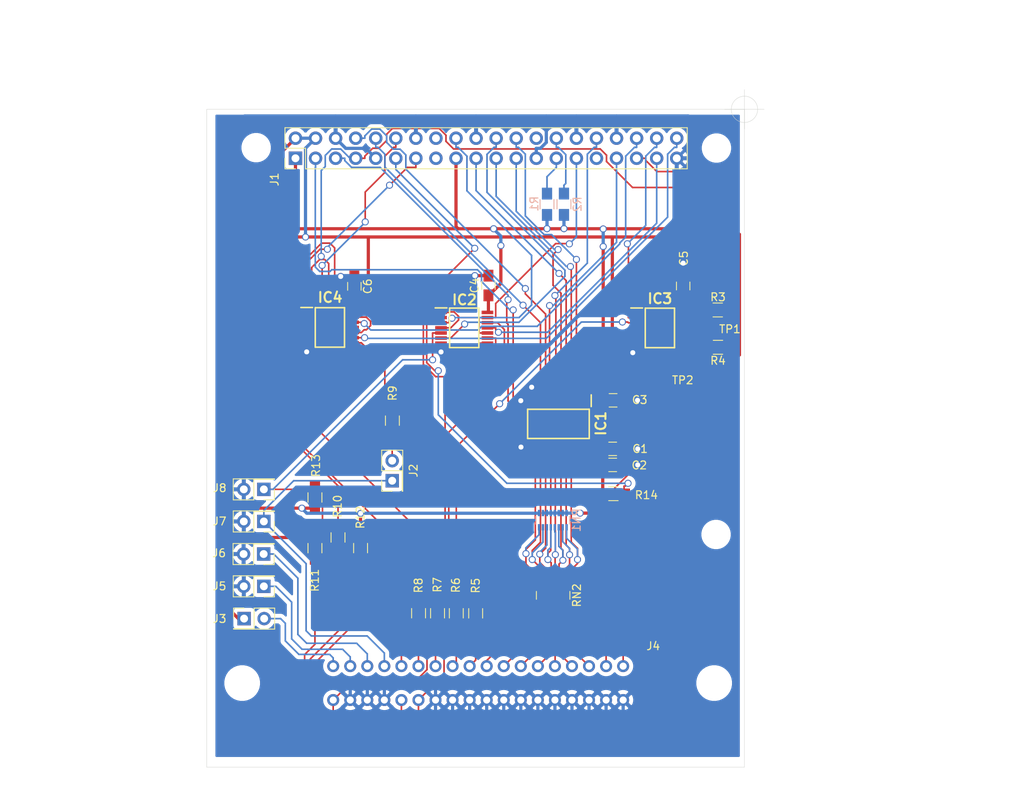
<source format=kicad_pcb>
(kicad_pcb (version 20171130) (host pcbnew "(5.1.6)-1")
  (layers (0 F.Cu signal) (31 B.Cu signal) (34 B.Paste user) (35 F.Paste user) (36 B.SilkS user) (37 F.SilkS user) (38 B.Mask user) (39 F.Mask user) (44 Edge.Cuts user))
  (net 0 "")
  (net 1 GND)
  (net 2 +5V)
  (net 3 +3V3)
  (net 4 rpi_DDir)
  (net 5 rpi_D1)
  (net 6 rpi_D2)
  (net 7 rpi_D3)
  (net 8 rpi_D4)
  (net 9 rpi_D5)
  (net 10 rpi_D6)
  (net 11 rpi_D7)
  (net 12 rpi_D8)
  (net 13 "Net-(IC1-Pad14)")
  (net 14 "Net-(IC1-Pad15)")
  (net 15 "Net-(IC1-Pad16)")
  (net 16 "Net-(IC1-Pad17)")
  (net 17 "Net-(IC1-Pad18)")
  (net 18 "Net-(IC1-Pad19)")
  (net 19 "Net-(IC1-Pad20)")
  (net 20 "Net-(IC1-Pad21)")
  (net 21 rpi_DOE)
  (net 22 rpi_IE)
  (net 23 /prt_connector/prt_nStrobe)
  (net 24 rpi_nStrobe)
  (net 25 /prt_connector/prt_nAutoFd)
  (net 26 rpi_nAutoFd)
  (net 27 rpi_nSelectIn)
  (net 28 /prt_connector/prt_nSelectIn)
  (net 29 rpi_nInit)
  (net 30 /prt_connector/prt_nInit)
  (net 31 rpi_OE)
  (net 32 /prt_connector/dummy1)
  (net 33 /prt_connector/tp1)
  (net 34 /prt_connector/dummy2)
  (net 35 /prt_connector/tp2)
  (net 36 /prt_connector/prt_Busy)
  (net 37 rpi_Busy)
  (net 38 /prt_connector/prt_nAck)
  (net 39 rpi_nAck)
  (net 40 rpi_nFault)
  (net 41 /prt_connector/prt_nFault)
  (net 42 rpi_PError)
  (net 43 /prt_connector/prt_PError)
  (net 44 /prt_connector/prt_Select)
  (net 45 rpi_Select)
  (net 46 /prt_connector/prt_OSCTX)
  (net 47 rpi_OSCTX)
  (net 48 "Net-(J1-Pad28)")
  (net 49 "Net-(J1-Pad27)")
  (net 50 "Net-(J2-Pad1)")
  (net 51 "Net-(J2-Pad2)")
  (net 52 "Net-(J3-Pad2)")
  (net 53 "Net-(J4-Pad2)")
  (net 54 "Net-(J4-Pad3)")
  (net 55 "Net-(J4-Pad4)")
  (net 56 "Net-(J4-Pad5)")
  (net 57 "Net-(J4-Pad6)")
  (net 58 "Net-(J4-Pad7)")
  (net 59 "Net-(J4-Pad8)")
  (net 60 "Net-(J4-Pad9)")
  (net 61 "Net-(J4-Pad10)")
  (net 62 "Net-(J4-Pad11)")
  (net 63 "Net-(J4-Pad12)")
  (net 64 "Net-(J4-Pad13)")
  (net 65 "Net-(J4-Pad16)")
  (net 66 "Net-(J4-Pad17)")
  (net 67 "Net-(J4-Pad32)")
  (module local:57LE-40360 (layer F.Cu) (at 220.42 114.212 270)
    (fp_text reference J4 (at -2.54 -3.81) (layer F.SilkS))
    (fp_text value 57LE-40360)
    (pad 1 thru_hole circle (at 0 0 270) (size 1.524 1.524) (drill 0.9) (layers *.Cu *.Mask) (net 23 /prt_connector/prt_nStrobe))
    (pad 2 thru_hole circle (at 0 2.159 270) (size 1.524 1.524) (drill 0.9) (layers *.Cu *.Mask) (net 53 "Net-(J4-Pad2)"))
    (pad 3 thru_hole circle (at 0 4.318 270) (size 1.524 1.524) (drill 0.9) (layers *.Cu *.Mask) (net 54 "Net-(J4-Pad3)"))
    (pad 4 thru_hole circle (at 0 6.477 270) (size 1.524 1.524) (drill 0.9) (layers *.Cu *.Mask) (net 55 "Net-(J4-Pad4)"))
    (pad 5 thru_hole circle (at 0 8.636 270) (size 1.524 1.524) (drill 0.9) (layers *.Cu *.Mask) (net 56 "Net-(J4-Pad5)"))
    (pad 6 thru_hole circle (at 0 10.795 270) (size 1.524 1.524) (drill 0.9) (layers *.Cu *.Mask) (net 57 "Net-(J4-Pad6)"))
    (pad 7 thru_hole circle (at 0 12.954 270) (size 1.524 1.524) (drill 0.9) (layers *.Cu *.Mask) (net 58 "Net-(J4-Pad7)"))
    (pad 8 thru_hole circle (at 0 15.113 270) (size 1.524 1.524) (drill 0.9) (layers *.Cu *.Mask) (net 59 "Net-(J4-Pad8)"))
    (pad 9 thru_hole circle (at 0 17.272 270) (size 1.524 1.524) (drill 0.9) (layers *.Cu *.Mask) (net 60 "Net-(J4-Pad9)"))
    (pad 10 thru_hole circle (at 0 19.431 270) (size 1.524 1.524) (drill 0.9) (layers *.Cu *.Mask) (net 61 "Net-(J4-Pad10)"))
    (pad 11 thru_hole circle (at 0 21.59 270) (size 1.524 1.524) (drill 0.9) (layers *.Cu *.Mask) (net 62 "Net-(J4-Pad11)"))
    (pad 12 thru_hole circle (at 0 23.749 270) (size 1.524 1.524) (drill 0.9) (layers *.Cu *.Mask) (net 63 "Net-(J4-Pad12)"))
    (pad 13 thru_hole circle (at 0 25.908 270) (size 1.524 1.524) (drill 0.9) (layers *.Cu *.Mask) (net 64 "Net-(J4-Pad13)"))
    (pad 14 thru_hole circle (at 0 28.067 270) (size 1.524 1.524) (drill 0.9) (layers *.Cu *.Mask) (net 25 /prt_connector/prt_nAutoFd))
    (pad 15 thru_hole circle (at 0 30.226 270) (size 1.524 1.524) (drill 0.9) (layers *.Cu *.Mask) (net 50 "Net-(J2-Pad1)"))
    (pad 16 thru_hole circle (at 0 32.385 270) (size 1.524 1.524) (drill 0.9) (layers *.Cu *.Mask) (net 65 "Net-(J4-Pad16)"))
    (pad 17 thru_hole circle (at 0 34.544 270) (size 1.524 1.524) (drill 0.9) (layers *.Cu *.Mask) (net 66 "Net-(J4-Pad17)"))
    (pad 18 thru_hole circle (at 0 36.703 270) (size 1.524 1.524) (drill 0.9) (layers *.Cu *.Mask) (net 52 "Net-(J3-Pad2)"))
    (pad 19 thru_hole circle (at 4.29 0 270) (size 1.524 1.524) (drill 0.9) (layers *.Cu *.Mask) (net 1 GND))
    (pad 20 thru_hole circle (at 4.29 2.159 270) (size 1.524 1.524) (drill 0.9) (layers *.Cu *.Mask) (net 1 GND))
    (pad 21 thru_hole circle (at 4.29 4.318 270) (size 1.524 1.524) (drill 0.9) (layers *.Cu *.Mask) (net 1 GND))
    (pad 22 thru_hole circle (at 4.29 6.477 270) (size 1.524 1.524) (drill 0.9) (layers *.Cu *.Mask) (net 1 GND))
    (pad 23 thru_hole circle (at 4.29 8.636 270) (size 1.524 1.524) (drill 0.9) (layers *.Cu *.Mask) (net 1 GND))
    (pad 24 thru_hole circle (at 4.29 10.795 270) (size 1.524 1.524) (drill 0.9) (layers *.Cu *.Mask) (net 1 GND))
    (pad 25 thru_hole circle (at 4.29 12.954 270) (size 1.524 1.524) (drill 0.9) (layers *.Cu *.Mask) (net 1 GND))
    (pad 26 thru_hole circle (at 4.29 15.113 270) (size 1.524 1.524) (drill 0.9) (layers *.Cu *.Mask) (net 1 GND))
    (pad 27 thru_hole circle (at 4.29 17.272 270) (size 1.524 1.524) (drill 0.9) (layers *.Cu *.Mask) (net 1 GND))
    (pad 28 thru_hole circle (at 4.29 19.431 270) (size 1.524 1.524) (drill 0.9) (layers *.Cu *.Mask) (net 1 GND))
    (pad 29 thru_hole circle (at 4.29 21.59 270) (size 1.524 1.524) (drill 0.9) (layers *.Cu *.Mask) (net 1 GND))
    (pad 30 thru_hole circle (at 4.29 23.749 270) (size 1.524 1.524) (drill 0.9) (layers *.Cu *.Mask) (net 1 GND))
    (pad 31 thru_hole circle (at 4.29 25.908 270) (size 1.524 1.524) (drill 0.9) (layers *.Cu *.Mask) (net 30 /prt_connector/prt_nInit))
    (pad 32 thru_hole circle (at 4.29 28.067 270) (size 1.524 1.524) (drill 0.9) (layers *.Cu *.Mask) (net 67 "Net-(J4-Pad32)"))
    (pad 33 thru_hole circle (at 4.29 30.226 270) (size 1.524 1.524) (drill 0.9) (layers *.Cu *.Mask) (net 1 GND))
    (pad 34 thru_hole circle (at 4.29 32.385 270) (size 1.524 1.524) (drill 0.9) (layers *.Cu *.Mask) (net 1 GND))
    (pad 35 thru_hole circle (at 4.29 34.544 270) (size 1.524 1.524) (drill 0.9) (layers *.Cu *.Mask) (net 1 GND))
    (pad 36 thru_hole circle (at 4.29 36.703 270) (size 1.524 1.524) (drill 0.9) (layers *.Cu *.Mask) (net 28 /prt_connector/prt_nSelectIn))
    (pad "" np_thru_hole circle (at 2.145 -11.52 270) (size 3.5 3.5) (drill 3.5) (layers *.Cu *.Mask))
    (pad "" np_thru_hole circle (at 2.145 48.223 270) (size 3.5 3.5) (drill 3.5) (layers *.Cu *.Mask))
  )
  (module LibraryLoader:SOP65P640X120-24N (layer F.Cu) (at 212.229 83.5279 270)
    (fp_text reference IC1 (at -0.0508 -5.3721 90) (layer F.SilkS) (effects (font (size 1.27 1.27) (thickness 0.254))))
    (fp_text value SN74LVC8T245PWR hide)
    (pad 1 smd rect (at -2.938 -3.575) (size 0.45 1.475) (layers F.Cu F.Paste F.Mask) (net 3 +3V3))
    (pad 2 smd rect (at -2.938 -2.925) (size 0.45 1.475) (layers F.Cu F.Paste F.Mask) (net 4 rpi_DDir))
    (pad 3 smd rect (at -2.938 -2.275) (size 0.45 1.475) (layers F.Cu F.Paste F.Mask) (net 5 rpi_D1))
    (pad 4 smd rect (at -2.938 -1.625) (size 0.45 1.475) (layers F.Cu F.Paste F.Mask) (net 6 rpi_D2))
    (pad 5 smd rect (at -2.938 -0.975) (size 0.45 1.475) (layers F.Cu F.Paste F.Mask) (net 7 rpi_D3))
    (pad 6 smd rect (at -2.938 -0.325) (size 0.45 1.475) (layers F.Cu F.Paste F.Mask) (net 8 rpi_D4))
    (pad 7 smd rect (at -2.938 0.325) (size 0.45 1.475) (layers F.Cu F.Paste F.Mask) (net 9 rpi_D5))
    (pad 8 smd rect (at -2.938 0.975) (size 0.45 1.475) (layers F.Cu F.Paste F.Mask) (net 10 rpi_D6))
    (pad 9 smd rect (at -2.938 1.625) (size 0.45 1.475) (layers F.Cu F.Paste F.Mask) (net 11 rpi_D7))
    (pad 10 smd rect (at -2.938 2.275) (size 0.45 1.475) (layers F.Cu F.Paste F.Mask) (net 12 rpi_D8))
    (pad 11 smd rect (at -2.938 2.925) (size 0.45 1.475) (layers F.Cu F.Paste F.Mask) (net 1 GND))
    (pad 12 smd rect (at -2.938 3.575) (size 0.45 1.475) (layers F.Cu F.Paste F.Mask) (net 1 GND))
    (pad 13 smd rect (at 2.938 3.575) (size 0.45 1.475) (layers F.Cu F.Paste F.Mask) (net 1 GND))
    (pad 14 smd rect (at 2.938 2.925) (size 0.45 1.475) (layers F.Cu F.Paste F.Mask) (net 13 "Net-(IC1-Pad14)"))
    (pad 15 smd rect (at 2.938 2.275) (size 0.45 1.475) (layers F.Cu F.Paste F.Mask) (net 14 "Net-(IC1-Pad15)"))
    (pad 16 smd rect (at 2.938 1.625) (size 0.45 1.475) (layers F.Cu F.Paste F.Mask) (net 15 "Net-(IC1-Pad16)"))
    (pad 17 smd rect (at 2.938 0.975) (size 0.45 1.475) (layers F.Cu F.Paste F.Mask) (net 16 "Net-(IC1-Pad17)"))
    (pad 18 smd rect (at 2.938 0.325) (size 0.45 1.475) (layers F.Cu F.Paste F.Mask) (net 17 "Net-(IC1-Pad18)"))
    (pad 19 smd rect (at 2.938 -0.325) (size 0.45 1.475) (layers F.Cu F.Paste F.Mask) (net 18 "Net-(IC1-Pad19)"))
    (pad 20 smd rect (at 2.938 -0.975) (size 0.45 1.475) (layers F.Cu F.Paste F.Mask) (net 19 "Net-(IC1-Pad20)"))
    (pad 21 smd rect (at 2.938 -1.625) (size 0.45 1.475) (layers F.Cu F.Paste F.Mask) (net 20 "Net-(IC1-Pad21)"))
    (pad 22 smd rect (at 2.938 -2.275) (size 0.45 1.475) (layers F.Cu F.Paste F.Mask) (net 21 rpi_DOE))
    (pad 23 smd rect (at 2.938 -2.925) (size 0.45 1.475) (layers F.Cu F.Paste F.Mask) (net 2 +5V))
    (pad 24 smd rect (at 2.938 -3.575) (size 0.45 1.475) (layers F.Cu F.Paste F.Mask) (net 2 +5V))
  )
  (module Pin_Headers:Pin_Header_Straight_2x20_Pitch2.54mm (layer F.Cu) (at 178.943 49.8856 90)
    (fp_text reference J1 (at -2.6797 -2.6543 90) (layer F.SilkS))
    (fp_text value Raspberry_Pi_2_3)
    (pad 40 thru_hole oval (at 2.54 48.26 90) (size 1.7 1.7) (drill 1) (layers *.Cu *.Mask) (net 47 rpi_OSCTX))
    (pad 39 thru_hole oval (at 0 48.26 90) (size 1.7 1.7) (drill 1) (layers *.Cu *.Mask) (net 1 GND))
    (pad 38 thru_hole oval (at 2.54 45.72 90) (size 1.7 1.7) (drill 1) (layers *.Cu *.Mask) (net 37 rpi_Busy))
    (pad 37 thru_hole oval (at 0 45.72 90) (size 1.7 1.7) (drill 1) (layers *.Cu *.Mask) (net 29 rpi_nInit))
    (pad 36 thru_hole oval (at 2.54 43.18 90) (size 1.7 1.7) (drill 1) (layers *.Cu *.Mask) (net 40 rpi_nFault))
    (pad 35 thru_hole oval (at 0 43.18 90) (size 1.7 1.7) (drill 1) (layers *.Cu *.Mask) (net 39 rpi_nAck))
    (pad 34 thru_hole oval (at 2.54 40.64 90) (size 1.7 1.7) (drill 1) (layers *.Cu *.Mask) (net 1 GND))
    (pad 33 thru_hole oval (at 0 40.64 90) (size 1.7 1.7) (drill 1) (layers *.Cu *.Mask) (net 10 rpi_D6))
    (pad 32 thru_hole oval (at 2.54 38.1 90) (size 1.7 1.7) (drill 1) (layers *.Cu *.Mask) (net 9 rpi_D5))
    (pad 31 thru_hole oval (at 0 38.1 90) (size 1.7 1.7) (drill 1) (layers *.Cu *.Mask))
    (pad 30 thru_hole oval (at 2.54 35.56 90) (size 1.7 1.7) (drill 1) (layers *.Cu *.Mask) (net 1 GND))
    (pad 29 thru_hole oval (at 0 35.56 90) (size 1.7 1.7) (drill 1) (layers *.Cu *.Mask) (net 22 rpi_IE))
    (pad 28 thru_hole oval (at 2.54 33.02 90) (size 1.7 1.7) (drill 1) (layers *.Cu *.Mask) (net 48 "Net-(J1-Pad28)"))
    (pad 27 thru_hole oval (at 0 33.02 90) (size 1.7 1.7) (drill 1) (layers *.Cu *.Mask) (net 49 "Net-(J1-Pad27)"))
    (pad 26 thru_hole oval (at 2.54 30.48 90) (size 1.7 1.7) (drill 1) (layers *.Cu *.Mask))
    (pad 25 thru_hole oval (at 0 30.48 90) (size 1.7 1.7) (drill 1) (layers *.Cu *.Mask) (net 1 GND))
    (pad 24 thru_hole oval (at 2.54 27.94 90) (size 1.7 1.7) (drill 1) (layers *.Cu *.Mask) (net 5 rpi_D1))
    (pad 23 thru_hole oval (at 0 27.94 90) (size 1.7 1.7) (drill 1) (layers *.Cu *.Mask) (net 8 rpi_D4))
    (pad 22 thru_hole oval (at 2.54 25.4 90) (size 1.7 1.7) (drill 1) (layers *.Cu *.Mask) (net 26 rpi_nAutoFd))
    (pad 21 thru_hole oval (at 0 25.4 90) (size 1.7 1.7) (drill 1) (layers *.Cu *.Mask) (net 6 rpi_D2))
    (pad 20 thru_hole oval (at 2.54 22.86 90) (size 1.7 1.7) (drill 1) (layers *.Cu *.Mask) (net 1 GND))
    (pad 19 thru_hole oval (at 0 22.86 90) (size 1.7 1.7) (drill 1) (layers *.Cu *.Mask) (net 7 rpi_D3))
    (pad 18 thru_hole oval (at 2.54 20.32 90) (size 1.7 1.7) (drill 1) (layers *.Cu *.Mask) (net 24 rpi_nStrobe))
    (pad 17 thru_hole oval (at 0 20.32 90) (size 1.7 1.7) (drill 1) (layers *.Cu *.Mask) (net 3 +3V3))
    (pad 16 thru_hole oval (at 2.54 17.78 90) (size 1.7 1.7) (drill 1) (layers *.Cu *.Mask))
    (pad 15 thru_hole oval (at 0 17.78 90) (size 1.7 1.7) (drill 1) (layers *.Cu *.Mask))
    (pad 14 thru_hole oval (at 2.54 15.24 90) (size 1.7 1.7) (drill 1) (layers *.Cu *.Mask) (net 1 GND))
    (pad 13 thru_hole oval (at 0 15.24 90) (size 1.7 1.7) (drill 1) (layers *.Cu *.Mask) (net 45 rpi_Select))
    (pad 12 thru_hole oval (at 2.54 12.7 90) (size 1.7 1.7) (drill 1) (layers *.Cu *.Mask) (net 42 rpi_PError))
    (pad 11 thru_hole oval (at 0 12.7 90) (size 1.7 1.7) (drill 1) (layers *.Cu *.Mask) (net 27 rpi_nSelectIn))
    (pad 10 thru_hole oval (at 2.54 10.16 90) (size 1.7 1.7) (drill 1) (layers *.Cu *.Mask) (net 12 rpi_D8))
    (pad 9 thru_hole oval (at 0 10.16 90) (size 1.7 1.7) (drill 1) (layers *.Cu *.Mask) (net 1 GND))
    (pad 8 thru_hole oval (at 2.54 7.62 90) (size 1.7 1.7) (drill 1) (layers *.Cu *.Mask) (net 11 rpi_D7))
    (pad 7 thru_hole oval (at 0 7.62 90) (size 1.7 1.7) (drill 1) (layers *.Cu *.Mask) (net 31 rpi_OE))
    (pad 6 thru_hole oval (at 2.54 5.08 90) (size 1.7 1.7) (drill 1) (layers *.Cu *.Mask) (net 1 GND))
    (pad 5 thru_hole oval (at 0 5.08 90) (size 1.7 1.7) (drill 1) (layers *.Cu *.Mask) (net 21 rpi_DOE))
    (pad 4 thru_hole oval (at 2.54 2.54 90) (size 1.7 1.7) (drill 1) (layers *.Cu *.Mask) (net 2 +5V))
    (pad 3 thru_hole oval (at 0 2.54 90) (size 1.7 1.7) (drill 1) (layers *.Cu *.Mask) (net 4 rpi_DDir))
    (pad 2 thru_hole oval (at 2.54 0 90) (size 1.7 1.7) (drill 1) (layers *.Cu *.Mask) (net 2 +5V))
    (pad 1 thru_hole rect (at 0 0 90) (size 1.7 1.7) (drill 1) (layers *.Cu *.Mask) (net 3 +3V3))
  )
  (module Resistors_SMD:R_0805_HandSoldering (layer B.Cu) (at 210.782 55.7111 90)
    (fp_text reference R1 (at 0.0546 -1.6129 90) (layer B.SilkS) (effects (justify mirror)))
    (fp_text value 3.9k)
    (pad 2 smd rect (at 1.35 0 90) (size 1.5 1.3) (layers B.Cu B.Paste B.Mask) (net 49 "Net-(J1-Pad27)"))
    (pad 1 smd rect (at -1.35 0 90) (size 1.5 1.3) (layers B.Cu B.Paste B.Mask) (net 3 +3V3))
  )
  (module Capacitors_SMD:C_0805_HandSoldering (layer F.Cu) (at 219.095 86.6902)
    (fp_text reference C1 (at 3.4725 0) (layer F.SilkS))
    (fp_text value 0.1u)
    (pad 2 smd rect (at 1.25 0) (size 1.5 1.25) (layers F.Cu F.Paste F.Mask) (net 1 GND))
    (pad 1 smd rect (at -1.25 0) (size 1.5 1.25) (layers F.Cu F.Paste F.Mask) (net 2 +5V))
  )
  (module Capacitors_SMD:C_0805_HandSoldering (layer F.Cu) (at 219.095 88.7222)
    (fp_text reference C2 (at 3.3709 0.0508) (layer F.SilkS))
    (fp_text value 0.1u)
    (pad 1 smd rect (at -1.25 0) (size 1.5 1.25) (layers F.Cu F.Paste F.Mask) (net 2 +5V))
    (pad 2 smd rect (at 1.25 0) (size 1.5 1.25) (layers F.Cu F.Paste F.Mask) (net 1 GND))
  )
  (module Capacitors_SMD:C_0805_HandSoldering (layer F.Cu) (at 219.145 80.5434)
    (fp_text reference C3 (at 3.3709 -0.0508) (layer F.SilkS))
    (fp_text value 0.1u)
    (pad 1 smd rect (at -1.25 0) (size 1.5 1.25) (layers F.Cu F.Paste F.Mask) (net 3 +3V3))
    (pad 2 smd rect (at 1.25 0) (size 1.5 1.25) (layers F.Cu F.Paste F.Mask) (net 1 GND))
  )
  (module Capacitors_SMD:C_0805_HandSoldering (layer F.Cu) (at 203.365 66.0019 90)
    (fp_text reference C4 (at 0 -1.75 90) (layer F.SilkS))
    (fp_text value 0.1u)
    (pad 2 smd rect (at 1.25 0 90) (size 1.5 1.25) (layers F.Cu F.Paste F.Mask) (net 1 GND))
    (pad 1 smd rect (at -1.25 0 90) (size 1.5 1.25) (layers F.Cu F.Paste F.Mask) (net 3 +3V3))
  )
  (module Capacitors_SMD:C_0805_HandSoldering (layer F.Cu) (at 228.016 66.06 90)
    (fp_text reference C5 (at 3.4871 0.076 90) (layer F.SilkS))
    (fp_text value 0.1u)
    (pad 1 smd rect (at -1.25 0 90) (size 1.5 1.25) (layers F.Cu F.Paste F.Mask) (net 2 +5V))
    (pad 2 smd rect (at 1.25 0 90) (size 1.5 1.25) (layers F.Cu F.Paste F.Mask) (net 1 GND))
  )
  (module Capacitors_SMD:C_0805_HandSoldering (layer F.Cu) (at 186.398 66.1035 90)
    (fp_text reference C6 (at 0 1.6891 90) (layer F.SilkS))
    (fp_text value 0.1u)
    (pad 2 smd rect (at 1.25 0 90) (size 1.5 1.25) (layers F.Cu F.Paste F.Mask) (net 1 GND))
    (pad 1 smd rect (at -1.25 0 90) (size 1.5 1.25) (layers F.Cu F.Paste F.Mask) (net 2 +5V))
  )
  (module LibraryLoader:SOP65P640X120-14N (layer F.Cu) (at 200.305 71.3613)
    (fp_text reference IC2 (at 0.0254 -3.5433) (layer F.SilkS) (effects (font (size 1.27 1.27) (thickness 0.254))))
    (fp_text value SN74LV4T125PWR hide)
    (pad 1 smd rect (at -2.938 -1.95 90) (size 0.45 1.475) (layers F.Cu F.Paste F.Mask) (net 22 rpi_IE))
    (pad 2 smd rect (at -2.938 -1.3 90) (size 0.45 1.475) (layers F.Cu F.Paste F.Mask) (net 23 /prt_connector/prt_nStrobe))
    (pad 3 smd rect (at -2.938 -0.65 90) (size 0.45 1.475) (layers F.Cu F.Paste F.Mask) (net 24 rpi_nStrobe))
    (pad 4 smd rect (at -2.938 0 90) (size 0.45 1.475) (layers F.Cu F.Paste F.Mask) (net 22 rpi_IE))
    (pad 5 smd rect (at -2.938 0.65 90) (size 0.45 1.475) (layers F.Cu F.Paste F.Mask) (net 25 /prt_connector/prt_nAutoFd))
    (pad 6 smd rect (at -2.938 1.3 90) (size 0.45 1.475) (layers F.Cu F.Paste F.Mask) (net 26 rpi_nAutoFd))
    (pad 7 smd rect (at -2.938 1.95 90) (size 0.45 1.475) (layers F.Cu F.Paste F.Mask) (net 1 GND))
    (pad 8 smd rect (at 2.938 1.95 90) (size 0.45 1.475) (layers F.Cu F.Paste F.Mask) (net 27 rpi_nSelectIn))
    (pad 9 smd rect (at 2.938 1.3 90) (size 0.45 1.475) (layers F.Cu F.Paste F.Mask) (net 28 /prt_connector/prt_nSelectIn))
    (pad 10 smd rect (at 2.938 0.65 90) (size 0.45 1.475) (layers F.Cu F.Paste F.Mask) (net 22 rpi_IE))
    (pad 11 smd rect (at 2.938 0 90) (size 0.45 1.475) (layers F.Cu F.Paste F.Mask) (net 29 rpi_nInit))
    (pad 12 smd rect (at 2.938 -0.65 90) (size 0.45 1.475) (layers F.Cu F.Paste F.Mask) (net 30 /prt_connector/prt_nInit))
    (pad 13 smd rect (at 2.938 -1.3 90) (size 0.45 1.475) (layers F.Cu F.Paste F.Mask) (net 22 rpi_IE))
    (pad 14 smd rect (at 2.938 -1.95 90) (size 0.45 1.475) (layers F.Cu F.Paste F.Mask) (net 3 +3V3))
  )
  (module LibraryLoader:SOP65P640X120-14N (layer F.Cu) (at 225.069 71.374)
    (fp_text reference IC3 (at 0 -3.7084) (layer F.SilkS) (effects (font (size 1.27 1.27) (thickness 0.254))))
    (fp_text value SN74LV4T125PWR hide)
    (pad 14 smd rect (at 2.938 -1.95 90) (size 0.45 1.475) (layers F.Cu F.Paste F.Mask) (net 2 +5V))
    (pad 13 smd rect (at 2.938 -1.3 90) (size 0.45 1.475) (layers F.Cu F.Paste F.Mask) (net 31 rpi_OE))
    (pad 12 smd rect (at 2.938 -0.65 90) (size 0.45 1.475) (layers F.Cu F.Paste F.Mask) (net 32 /prt_connector/dummy1))
    (pad 11 smd rect (at 2.938 0 90) (size 0.45 1.475) (layers F.Cu F.Paste F.Mask) (net 33 /prt_connector/tp1))
    (pad 10 smd rect (at 2.938 0.65 90) (size 0.45 1.475) (layers F.Cu F.Paste F.Mask) (net 31 rpi_OE))
    (pad 9 smd rect (at 2.938 1.3 90) (size 0.45 1.475) (layers F.Cu F.Paste F.Mask) (net 34 /prt_connector/dummy2))
    (pad 8 smd rect (at 2.938 1.95 90) (size 0.45 1.475) (layers F.Cu F.Paste F.Mask) (net 35 /prt_connector/tp2))
    (pad 7 smd rect (at -2.938 1.95 90) (size 0.45 1.475) (layers F.Cu F.Paste F.Mask) (net 1 GND))
    (pad 6 smd rect (at -2.938 1.3 90) (size 0.45 1.475) (layers F.Cu F.Paste F.Mask) (net 38 /prt_connector/prt_nAck))
    (pad 5 smd rect (at -2.938 0.65 90) (size 0.45 1.475) (layers F.Cu F.Paste F.Mask) (net 39 rpi_nAck))
    (pad 4 smd rect (at -2.938 0 90) (size 0.45 1.475) (layers F.Cu F.Paste F.Mask) (net 31 rpi_OE))
    (pad 3 smd rect (at -2.938 -0.65 90) (size 0.45 1.475) (layers F.Cu F.Paste F.Mask) (net 36 /prt_connector/prt_Busy))
    (pad 2 smd rect (at -2.938 -1.3 90) (size 0.45 1.475) (layers F.Cu F.Paste F.Mask) (net 37 rpi_Busy))
    (pad 1 smd rect (at -2.938 -1.95 90) (size 0.45 1.475) (layers F.Cu F.Paste F.Mask) (net 31 rpi_OE))
  )
  (module LibraryLoader:SOP65P640X120-14N (layer F.Cu) (at 183.299 71.3105)
    (fp_text reference IC4 (at 0.0254 -3.7973) (layer F.SilkS) (effects (font (size 1.27 1.27) (thickness 0.254))))
    (fp_text value SN74LV4T125PWR hide)
    (pad 1 smd rect (at -2.938 -1.95 90) (size 0.45 1.475) (layers F.Cu F.Paste F.Mask) (net 31 rpi_OE))
    (pad 2 smd rect (at -2.938 -1.3 90) (size 0.45 1.475) (layers F.Cu F.Paste F.Mask) (net 45 rpi_Select))
    (pad 3 smd rect (at -2.938 -0.65 90) (size 0.45 1.475) (layers F.Cu F.Paste F.Mask) (net 44 /prt_connector/prt_Select))
    (pad 4 smd rect (at -2.938 0 90) (size 0.45 1.475) (layers F.Cu F.Paste F.Mask) (net 31 rpi_OE))
    (pad 5 smd rect (at -2.938 0.65 90) (size 0.45 1.475) (layers F.Cu F.Paste F.Mask) (net 42 rpi_PError))
    (pad 6 smd rect (at -2.938 1.3 90) (size 0.45 1.475) (layers F.Cu F.Paste F.Mask) (net 43 /prt_connector/prt_PError))
    (pad 7 smd rect (at -2.938 1.95 90) (size 0.45 1.475) (layers F.Cu F.Paste F.Mask) (net 1 GND))
    (pad 8 smd rect (at 2.938 1.95 90) (size 0.45 1.475) (layers F.Cu F.Paste F.Mask) (net 46 /prt_connector/prt_OSCTX))
    (pad 9 smd rect (at 2.938 1.3 90) (size 0.45 1.475) (layers F.Cu F.Paste F.Mask) (net 47 rpi_OSCTX))
    (pad 10 smd rect (at 2.938 0.65 90) (size 0.45 1.475) (layers F.Cu F.Paste F.Mask) (net 31 rpi_OE))
    (pad 11 smd rect (at 2.938 0 90) (size 0.45 1.475) (layers F.Cu F.Paste F.Mask) (net 41 /prt_connector/prt_nFault))
    (pad 12 smd rect (at 2.938 -0.65 90) (size 0.45 1.475) (layers F.Cu F.Paste F.Mask) (net 40 rpi_nFault))
    (pad 13 smd rect (at 2.938 -1.3 90) (size 0.45 1.475) (layers F.Cu F.Paste F.Mask) (net 31 rpi_OE))
    (pad 14 smd rect (at 2.938 -1.95 90) (size 0.45 1.475) (layers F.Cu F.Paste F.Mask) (net 2 +5V))
  )
  (module Pin_Headers:Pin_Header_Straight_2x01_Pitch2.54mm (layer F.Cu) (at 191.186 90.7288 90)
    (fp_text reference J2 (at 1.2827 2.6924 90) (layer F.SilkS))
    (fp_text value Conn_02x01)
    (pad 2 thru_hole oval (at 2.54 0 90) (size 1.7 1.7) (drill 1) (layers *.Cu *.Mask) (net 51 "Net-(J2-Pad2)"))
    (pad 1 thru_hole rect (at 0 0 90) (size 1.7 1.7) (drill 1) (layers *.Cu *.Mask) (net 50 "Net-(J2-Pad1)"))
  )
  (module Pin_Headers:Pin_Header_Straight_2x01_Pitch2.54mm (layer F.Cu) (at 172.44 108.191)
    (fp_text reference J3 (at -3.0988 0.0254) (layer F.SilkS))
    (fp_text value Conn_02x01)
    (pad 2 thru_hole oval (at 2.54 0) (size 1.7 1.7) (drill 1) (layers *.Cu *.Mask) (net 52 "Net-(J3-Pad2)"))
    (pad 1 thru_hole rect (at 0 0) (size 1.7 1.7) (drill 1) (layers *.Cu *.Mask) (net 2 +5V))
  )
  (module Pin_Headers:Pin_Header_Straight_2x01_Pitch2.54mm (layer F.Cu) (at 174.942 104.102 180)
    (fp_text reference J5 (at 5.6134 0.0127) (layer F.SilkS))
    (fp_text value Conn_02x01)
    (pad 1 thru_hole rect (at 0 0 180) (size 1.7 1.7) (drill 1) (layers *.Cu *.Mask) (net 66 "Net-(J4-Pad17)"))
    (pad 2 thru_hole oval (at 2.54 0 180) (size 1.7 1.7) (drill 1) (layers *.Cu *.Mask) (net 1 GND))
  )
  (module Pin_Headers:Pin_Header_Straight_2x01_Pitch2.54mm (layer F.Cu) (at 174.917 100.012 180)
    (fp_text reference J6 (at 5.6388 0.1143) (layer F.SilkS))
    (fp_text value Conn_02x01)
    (pad 2 thru_hole oval (at 2.54 0 180) (size 1.7 1.7) (drill 1) (layers *.Cu *.Mask) (net 1 GND))
    (pad 1 thru_hole rect (at 0 0 180) (size 1.7 1.7) (drill 1) (layers *.Cu *.Mask) (net 65 "Net-(J4-Pad16)"))
  )
  (module Pin_Headers:Pin_Header_Straight_2x01_Pitch2.54mm (layer F.Cu) (at 174.942 95.885 180)
    (fp_text reference J7 (at 5.6007 0.0127) (layer F.SilkS))
    (fp_text value Conn_02x01)
    (pad 1 thru_hole rect (at 0 0 180) (size 1.7 1.7) (drill 1) (layers *.Cu *.Mask) (net 50 "Net-(J2-Pad1)"))
    (pad 2 thru_hole oval (at 2.54 0 180) (size 1.7 1.7) (drill 1) (layers *.Cu *.Mask) (net 1 GND))
  )
  (module Pin_Headers:Pin_Header_Straight_2x01_Pitch2.54mm (layer F.Cu) (at 174.942 91.821 180)
    (fp_text reference J8 (at 5.588 0.1651) (layer F.SilkS))
    (fp_text value Conn_02x01)
    (pad 2 thru_hole oval (at 2.54 0 180) (size 1.7 1.7) (drill 1) (layers *.Cu *.Mask) (net 1 GND))
    (pad 1 thru_hole rect (at 0 0 180) (size 1.7 1.7) (drill 1) (layers *.Cu *.Mask) (net 25 /prt_connector/prt_nAutoFd))
  )
  (module Resistors_SMD:R_0805_HandSoldering (layer B.Cu) (at 212.928 55.706 90)
    (fp_text reference R2 (at 0 1.7 90) (layer B.SilkS) (effects (justify mirror)))
    (fp_text value 3.9k)
    (pad 1 smd rect (at -1.35 0 90) (size 1.5 1.3) (layers B.Cu B.Paste B.Mask) (net 3 +3V3))
    (pad 2 smd rect (at 1.35 0 90) (size 1.5 1.3) (layers B.Cu B.Paste B.Mask) (net 48 "Net-(J1-Pad28)"))
  )
  (module Resistors_SMD:R_0805_HandSoldering (layer F.Cu) (at 232.394 69.1007 180)
    (fp_text reference R3 (at -0.0292 1.6256) (layer F.SilkS))
    (fp_text value 4.7k)
    (pad 2 smd rect (at 1.35 0 180) (size 1.5 1.3) (layers F.Cu F.Paste F.Mask) (net 32 /prt_connector/dummy1))
    (pad 1 smd rect (at -1.35 0 180) (size 1.5 1.3) (layers F.Cu F.Paste F.Mask) (net 3 +3V3))
  )
  (module Resistors_SMD:R_0805_HandSoldering (layer F.Cu) (at 232.423 73.8251 180)
    (fp_text reference R4 (at 0 -1.7) (layer F.SilkS))
    (fp_text value 4.7k)
    (pad 1 smd rect (at -1.35 0 180) (size 1.5 1.3) (layers F.Cu F.Paste F.Mask) (net 3 +3V3))
    (pad 2 smd rect (at 1.35 0 180) (size 1.5 1.3) (layers F.Cu F.Paste F.Mask) (net 34 /prt_connector/dummy2))
  )
  (module Resistors_SMD:R_0805_HandSoldering (layer F.Cu) (at 201.752 107.522 90)
    (fp_text reference R5 (at 3.5014 0 90) (layer F.SilkS))
    (fp_text value 33)
    (pad 2 smd rect (at 1.35 0 90) (size 1.5 1.3) (layers F.Cu F.Paste F.Mask) (net 38 /prt_connector/prt_nAck))
    (pad 1 smd rect (at -1.35 0 90) (size 1.5 1.3) (layers F.Cu F.Paste F.Mask) (net 61 "Net-(J4-Pad10)"))
  )
  (module Resistors_SMD:R_0805_HandSoldering (layer F.Cu) (at 199.301 107.514 90)
    (fp_text reference R6 (at 3.5522 -0.0635 90) (layer F.SilkS))
    (fp_text value 33)
    (pad 1 smd rect (at -1.35 0 90) (size 1.5 1.3) (layers F.Cu F.Paste F.Mask) (net 62 "Net-(J4-Pad11)"))
    (pad 2 smd rect (at 1.35 0 90) (size 1.5 1.3) (layers F.Cu F.Paste F.Mask) (net 36 /prt_connector/prt_Busy))
  )
  (module Resistors_SMD:R_0805_HandSoldering (layer F.Cu) (at 196.926 107.514 90)
    (fp_text reference R7 (at 3.603 -0.0127 90) (layer F.SilkS))
    (fp_text value 33)
    (pad 2 smd rect (at 1.35 0 90) (size 1.5 1.3) (layers F.Cu F.Paste F.Mask) (net 43 /prt_connector/prt_PError))
    (pad 1 smd rect (at -1.35 0 90) (size 1.5 1.3) (layers F.Cu F.Paste F.Mask) (net 63 "Net-(J4-Pad12)"))
  )
  (module Resistors_SMD:R_0805_HandSoldering (layer F.Cu) (at 194.526 107.509 90)
    (fp_text reference R8 (at 3.5268 -0.0127 90) (layer F.SilkS))
    (fp_text value 33)
    (pad 1 smd rect (at -1.35 0 90) (size 1.5 1.3) (layers F.Cu F.Paste F.Mask) (net 64 "Net-(J4-Pad13)"))
    (pad 2 smd rect (at 1.35 0 90) (size 1.5 1.3) (layers F.Cu F.Paste F.Mask) (net 44 /prt_connector/prt_Select))
  )
  (module Resistors_SMD:R_0805_HandSoldering (layer F.Cu) (at 191.211 83.1177 90)
    (fp_text reference R9 (at 3.476 0.0254 90) (layer F.SilkS))
    (fp_text value 33)
    (pad 1 smd rect (at -1.35 0 90) (size 1.5 1.3) (layers F.Cu F.Paste F.Mask) (net 51 "Net-(J2-Pad2)"))
    (pad 2 smd rect (at 1.35 0 90) (size 1.5 1.3) (layers F.Cu F.Paste F.Mask) (net 46 /prt_connector/prt_OSCTX))
  )
  (module Resistors_SMD:R_0805_HandSoldering (layer F.Cu) (at 184.328 97.9132 90)
    (fp_text reference R10 (at 3.9459 -0.0508 90) (layer F.SilkS))
    (fp_text value 33)
    (pad 2 smd rect (at 1.35 0 90) (size 1.5 1.3) (layers F.Cu F.Paste F.Mask) (net 41 /prt_connector/prt_nFault))
    (pad 1 smd rect (at -1.35 0 90) (size 1.5 1.3) (layers F.Cu F.Paste F.Mask) (net 67 "Net-(J4-Pad32)"))
  )
  (module Resistors_SMD:R_0805_HandSoldering (layer F.Cu) (at 181.407 99.267 270)
    (fp_text reference R11 (at 4.0805 0.0252 90) (layer F.SilkS))
    (fp_text value 4.7k)
    (pad 1 smd rect (at -1.35 0 270) (size 1.5 1.3) (layers F.Cu F.Paste F.Mask) (net 2 +5V))
    (pad 2 smd rect (at 1.35 0 270) (size 1.5 1.3) (layers F.Cu F.Paste F.Mask) (net 30 /prt_connector/prt_nInit))
  )
  (module Resistors_SMD:R_0805_HandSoldering (layer F.Cu) (at 187.185 99.2594 270)
    (fp_text reference R12 (at -3.8862 0.0254 90) (layer F.SilkS))
    (fp_text value 4.7k)
    (pad 2 smd rect (at 1.35 0 270) (size 1.5 1.3) (layers F.Cu F.Paste F.Mask) (net 28 /prt_connector/prt_nSelectIn))
    (pad 1 smd rect (at -1.35 0 270) (size 1.5 1.3) (layers F.Cu F.Paste F.Mask) (net 2 +5V))
  )
  (module Resistors_SMD:R_0805_HandSoldering (layer F.Cu) (at 181.407 92.8497 90)
    (fp_text reference R13 (at 4.0348 0.127 90) (layer F.SilkS))
    (fp_text value 4.7k)
    (pad 1 smd rect (at -1.35 0 90) (size 1.5 1.3) (layers F.Cu F.Paste F.Mask) (net 2 +5V))
    (pad 2 smd rect (at 1.35 0 90) (size 1.5 1.3) (layers F.Cu F.Paste F.Mask) (net 25 /prt_connector/prt_nAutoFd))
  )
  (module Resistors_SMD:R_0805_HandSoldering (layer F.Cu) (at 219.186 92.3671)
    (fp_text reference R14 (at 4.1745 0.1778) (layer F.SilkS))
    (fp_text value 4.7k)
    (pad 2 smd rect (at 1.35 0) (size 1.5 1.3) (layers F.Cu F.Paste F.Mask) (net 23 /prt_connector/prt_nStrobe))
    (pad 1 smd rect (at -1.35 0) (size 1.5 1.3) (layers F.Cu F.Paste F.Mask) (net 2 +5V))
  )
  (module Resistors_SMD:R_Array_Convex_8x0602 (layer B.Cu) (at 211.518 95.7216 90)
    (fp_text reference RN1 (at 0 3 270) (layer B.SilkS) (effects (justify mirror)))
    (fp_text value 4.7k)
    (pad 10 smd rect (at 0.9 -1.25 90) (size 0.8 0.3) (layers B.Cu B.Paste B.Mask) (net 2 +5V))
    (pad 12 smd rect (at 0.9 -0.25 90) (size 0.8 0.3) (layers B.Cu B.Paste B.Mask) (net 2 +5V))
    (pad 11 smd rect (at 0.9 -0.75 90) (size 0.8 0.3) (layers B.Cu B.Paste B.Mask) (net 2 +5V))
    (pad 13 smd rect (at 0.9 0.25 90) (size 0.8 0.3) (layers B.Cu B.Paste B.Mask) (net 2 +5V))
    (pad 14 smd rect (at 0.9 0.75 90) (size 0.8 0.3) (layers B.Cu B.Paste B.Mask) (net 2 +5V))
    (pad 15 smd rect (at 0.9 1.25 90) (size 0.8 0.3) (layers B.Cu B.Paste B.Mask) (net 2 +5V))
    (pad 7 smd rect (at -0.9 -1.25 90) (size 0.8 0.3) (layers B.Cu B.Paste B.Mask) (net 14 "Net-(IC1-Pad15)"))
    (pad 6 smd rect (at -0.9 -0.75 90) (size 0.8 0.3) (layers B.Cu B.Paste B.Mask) (net 15 "Net-(IC1-Pad16)"))
    (pad 5 smd rect (at -0.9 -0.25 90) (size 0.8 0.3) (layers B.Cu B.Paste B.Mask) (net 16 "Net-(IC1-Pad17)"))
    (pad 4 smd rect (at -0.9 0.25 90) (size 0.8 0.3) (layers B.Cu B.Paste B.Mask) (net 17 "Net-(IC1-Pad18)"))
    (pad 3 smd rect (at -0.9 0.75 90) (size 0.8 0.3) (layers B.Cu B.Paste B.Mask) (net 18 "Net-(IC1-Pad19)"))
    (pad 2 smd rect (at -0.9 1.25 90) (size 0.8 0.3) (layers B.Cu B.Paste B.Mask) (net 19 "Net-(IC1-Pad20)"))
    (pad 9 smd rect (at 0.9 -1.75 90) (size 0.8 0.3) (layers B.Cu B.Paste B.Mask) (net 2 +5V))
    (pad 8 smd rect (at -0.9 -1.75 90) (size 0.8 0.3) (layers B.Cu B.Paste B.Mask) (net 13 "Net-(IC1-Pad14)"))
    (pad 16 smd rect (at 0.9 1.75 90) (size 0.8 0.3) (layers B.Cu B.Paste B.Mask) (net 2 +5V))
    (pad 1 smd rect (at -0.9 1.75 90) (size 0.8 0.3) (layers B.Cu B.Paste B.Mask) (net 20 "Net-(IC1-Pad21)"))
  )
  (module Resistors_SMD:R_Array_Convex_8x0602 (layer F.Cu) (at 211.557 105.245 270)
    (fp_text reference RN2 (at 0 -3 90) (layer F.SilkS))
    (fp_text value 33)
    (pad 1 smd rect (at -0.9 -1.75 270) (size 0.8 0.3) (layers F.Cu F.Paste F.Mask) (net 20 "Net-(IC1-Pad21)"))
    (pad 16 smd rect (at 0.9 -1.75 270) (size 0.8 0.3) (layers F.Cu F.Paste F.Mask) (net 53 "Net-(J4-Pad2)"))
    (pad 8 smd rect (at -0.9 1.75 270) (size 0.8 0.3) (layers F.Cu F.Paste F.Mask) (net 13 "Net-(IC1-Pad14)"))
    (pad 9 smd rect (at 0.9 1.75 270) (size 0.8 0.3) (layers F.Cu F.Paste F.Mask) (net 60 "Net-(J4-Pad9)"))
    (pad 2 smd rect (at -0.9 -1.25 270) (size 0.8 0.3) (layers F.Cu F.Paste F.Mask) (net 19 "Net-(IC1-Pad20)"))
    (pad 3 smd rect (at -0.9 -0.75 270) (size 0.8 0.3) (layers F.Cu F.Paste F.Mask) (net 18 "Net-(IC1-Pad19)"))
    (pad 4 smd rect (at -0.9 -0.25 270) (size 0.8 0.3) (layers F.Cu F.Paste F.Mask) (net 17 "Net-(IC1-Pad18)"))
    (pad 5 smd rect (at -0.9 0.25 270) (size 0.8 0.3) (layers F.Cu F.Paste F.Mask) (net 16 "Net-(IC1-Pad17)"))
    (pad 6 smd rect (at -0.9 0.75 270) (size 0.8 0.3) (layers F.Cu F.Paste F.Mask) (net 15 "Net-(IC1-Pad16)"))
    (pad 7 smd rect (at -0.9 1.25 270) (size 0.8 0.3) (layers F.Cu F.Paste F.Mask) (net 14 "Net-(IC1-Pad15)"))
    (pad 15 smd rect (at 0.9 -1.25 270) (size 0.8 0.3) (layers F.Cu F.Paste F.Mask) (net 54 "Net-(J4-Pad3)"))
    (pad 14 smd rect (at 0.9 -0.75 270) (size 0.8 0.3) (layers F.Cu F.Paste F.Mask) (net 55 "Net-(J4-Pad4)"))
    (pad 13 smd rect (at 0.9 -0.25 270) (size 0.8 0.3) (layers F.Cu F.Paste F.Mask) (net 56 "Net-(J4-Pad5)"))
    (pad 11 smd rect (at 0.9 0.75 270) (size 0.8 0.3) (layers F.Cu F.Paste F.Mask) (net 58 "Net-(J4-Pad7)"))
    (pad 12 smd rect (at 0.9 0.25 270) (size 0.8 0.3) (layers F.Cu F.Paste F.Mask) (net 57 "Net-(J4-Pad6)"))
    (pad 10 smd rect (at 0.9 1.25 270) (size 0.8 0.3) (layers F.Cu F.Paste F.Mask) (net 59 "Net-(J4-Pad8)"))
  )
  (module Measurement_Points:Measurement_Point_Round-SMD-Pad_Small (layer F.Cu) (at 231.305 71.4883)
    (fp_text reference TP1 (at 2.6289 0.0381) (layer F.SilkS))
    (fp_text value TestPoint)
    (pad 1 smd circle (at 0 0) (size 1.5 1.5) (layers F.Cu F.Mask) (net 33 /prt_connector/tp1))
  )
  (module Measurement_Points:Measurement_Point_Round-SMD-Pad_Small (layer F.Cu) (at 227.978 75.8698)
    (fp_text reference TP2 (at -0.0127 2.1209) (layer F.SilkS))
    (fp_text value TestPoint)
    (pad 1 smd circle (at 0 0) (size 1.5 1.5) (layers F.Cu F.Mask) (net 35 /prt_connector/tp2))
  )
  (module Mounting_Holes:MountingHole_2.7mm_M2.5 (layer F.Cu) (at 232.232 48.5902)
    (fp_text reference H1 hide)
    (fp_text value MountingHole)
    (pad 1 np_thru_hole circle (at 0 0) (size 2.7 2.7) (drill 2.7) (layers *.Cu *.Mask))
  )
  (module Mounting_Holes:MountingHole_2.7mm_M2.5 (layer F.Cu) (at 173.965 48.5394)
    (fp_text reference H2 hide)
    (fp_text value MountingHole)
    (pad 1 np_thru_hole circle (at 0 0) (size 2.7 2.7) (drill 2.7) (layers *.Cu *.Mask))
  )
  (module Mounting_Holes:MountingHole_2.7mm_M2.5 (layer F.Cu) (at 232.181 97.536)
    (fp_text reference H3 hide)
    (fp_text value MountingHole)
    (pad 1 np_thru_hole circle (at 0 0) (size 2.7 2.7) (drill 2.7) (layers *.Cu *.Mask))
  )
  (target plus (at 235.7755 43.688) (size 5) (width 0.05) (layer Edge.Cuts))
  (gr_line (start 167.7162 43.688) (end 235.7755 43.688) (layer Edge.Cuts) (width 0.05))
  (gr_line (start 167.7162 127) (end 167.7162 43.688) (layer Edge.Cuts) (width 0.05))
  (gr_line (start 235.7755 127) (end 167.7162 127) (layer Edge.Cuts) (width 0.05))
  (gr_line (start 235.7755 43.688) (end 235.7755 127) (layer Edge.Cuts) (width 0.05))
  (segment (start 180.3476 74.4181) (end 180.361 74.4047) (width 0.4064) (layer B.Cu) (net 1))
  (segment (start 180.3476 74.4181) (end 169.097 74.4181) (width 0.4064) (layer B.Cu) (net 1))
  (segment (start 169.097 74.4181) (end 169.024 74.3458) (width 0.4064) (layer B.Cu) (net 1))
  (segment (start 197.367 74.4181) (end 180.3476 74.4181) (width 0.4064) (layer B.Cu) (net 1))
  (segment (start 219.583 44.5262) (end 228.638 44.5262) (width 0.4064) (layer B.Cu) (net 1))
  (segment (start 228.638 44.5262) (end 228.803 44.6913) (width 0.4064) (layer B.Cu) (net 1))
  (segment (start 228.803 44.6913) (end 228.803 48.2854) (width 0.4064) (layer B.Cu) (net 1))
  (segment (start 228.803 48.2854) (end 228.549 48.5394) (width 0.4064) (layer B.Cu) (net 1))
  (segment (start 228.549 48.5394) (end 227.203 49.8856) (width 0.4064) (layer B.Cu) (net 1))
  (segment (start 214.503 44.5262) (end 219.583 44.5262) (width 0.4064) (layer B.Cu) (net 1))
  (segment (start 184.023 44.5262) (end 184.023 47.3456) (width 0.4064) (layer B.Cu) (net 1))
  (segment (start 194.183 44.5262) (end 184.023 44.5262) (width 0.4064) (layer B.Cu) (net 1))
  (segment (start 233.883 86.7537) (end 233.883 80.5307) (width 0.4064) (layer B.Cu) (net 1))
  (segment (start 222.263 86.6902) (end 233.82 86.6902) (width 0.4064) (layer B.Cu) (net 1))
  (segment (start 233.82 86.6902) (end 233.883 86.7537) (width 0.4064) (layer B.Cu) (net 1))
  (segment (start 208.894 80.5899) (end 222.191 80.5899) (width 0.4064) (layer B.Cu) (net 1))
  (segment (start 222.191 80.5899) (end 222.237 80.5434) (width 0.4064) (layer B.Cu) (net 1))
  (segment (start 208.839 78.8797) (end 208.839 80.5348) (width 0.4064) (layer B.Cu) (net 1))
  (segment (start 208.839 80.5348) (end 208.894 80.5899) (width 0.4064) (layer B.Cu) (net 1))
  (segment (start 233.883 63.2206) (end 233.883 53.9115) (width 0.4064) (layer B.Cu) (net 1))
  (segment (start 233.883 53.9115) (end 232.626 52.6542) (width 0.4064) (layer B.Cu) (net 1))
  (segment (start 232.626 52.6542) (end 229.972 52.6542) (width 0.4064) (layer B.Cu) (net 1))
  (segment (start 229.972 52.6542) (end 227.203 49.8856) (width 0.4064) (layer B.Cu) (net 1))
  (segment (start 233.883 74.4855) (end 233.883 63.2206) (width 0.4064) (layer B.Cu) (net 1))
  (segment (start 233.883 88.6587) (end 233.883 86.7537) (width 0.4064) (layer B.Cu) (net 1))
  (segment (start 211.62 125.4) (end 213.995 125.4) (width 0.4064) (layer B.Cu) (net 1))
  (segment (start 211.784 118.502) (end 211.784 125.236) (width 0.4064) (layer B.Cu) (net 1))
  (segment (start 211.784 125.236) (end 211.62 125.4) (width 0.4064) (layer B.Cu) (net 1))
  (segment (start 203.086 125.4) (end 205.346 125.4) (width 0.4064) (layer B.Cu) (net 1))
  (segment (start 203.148 118.502) (end 203.148 125.337) (width 0.4064) (layer B.Cu) (net 1))
  (segment (start 203.148 125.337) (end 203.086 125.4) (width 0.4064) (layer B.Cu) (net 1))
  (segment (start 169.024 104.127) (end 169.024 124.536) (width 0.4064) (layer B.Cu) (net 1))
  (segment (start 169.024 124.536) (end 169.888 125.4) (width 0.4064) (layer B.Cu) (net 1))
  (segment (start 169.888 125.4) (end 196.774 125.4) (width 0.4064) (layer B.Cu) (net 1))
  (segment (start 169.024 100.241) (end 169.024 104.127) (width 0.4064) (layer B.Cu) (net 1))
  (segment (start 196.774 125.4) (end 198.755 125.4) (width 0.4064) (layer B.Cu) (net 1))
  (segment (start 196.671 118.502) (end 196.671 125.297) (width 0.4064) (layer B.Cu) (net 1))
  (segment (start 196.671 125.297) (end 196.774 125.4) (width 0.4064) (layer B.Cu) (net 1))
  (segment (start 190.194 118.502) (end 190.194 116.435) (width 0.4064) (layer B.Cu) (net 1))
  (segment (start 190.194 116.435) (end 190.221 116.408) (width 0.4064) (layer B.Cu) (net 1))
  (segment (start 185.876 118.502) (end 185.876 116.612) (width 0.4064) (layer B.Cu) (net 1))
  (segment (start 185.876 116.612) (end 186.069 116.42) (width 0.4064) (layer B.Cu) (net 1))
  (segment (start 186.069 116.42) (end 188.035 116.42) (width 0.4064) (layer B.Cu) (net 1))
  (segment (start 188.035 116.42) (end 188.047 116.408) (width 0.4064) (layer B.Cu) (net 1))
  (segment (start 188.047 116.408) (end 190.221 116.408) (width 0.4064) (layer B.Cu) (net 1))
  (segment (start 188.035 118.502) (end 188.035 116.42) (width 0.4064) (layer B.Cu) (net 1))
  (segment (start 190.221 116.408) (end 196.634 116.408) (width 0.4064) (layer B.Cu) (net 1))
  (segment (start 196.634 116.408) (end 196.671 116.445) (width 0.4064) (layer B.Cu) (net 1))
  (segment (start 196.671 116.445) (end 196.671 118.502) (width 0.4064) (layer B.Cu) (net 1))
  (segment (start 198.755 125.4) (end 200.901 125.4) (width 0.4064) (layer B.Cu) (net 1))
  (segment (start 198.83 118.502) (end 198.83 125.325) (width 0.4064) (layer B.Cu) (net 1))
  (segment (start 198.83 125.325) (end 198.755 125.4) (width 0.4064) (layer B.Cu) (net 1))
  (segment (start 200.901 125.4) (end 203.086 125.4) (width 0.4064) (layer B.Cu) (net 1))
  (segment (start 200.989 118.502) (end 200.989 125.312) (width 0.4064) (layer B.Cu) (net 1))
  (segment (start 200.989 125.312) (end 200.901 125.4) (width 0.4064) (layer B.Cu) (net 1))
  (segment (start 205.346 125.4) (end 207.531 125.4) (width 0.4064) (layer B.Cu) (net 1))
  (segment (start 205.307 118.502) (end 205.307 125.361) (width 0.4064) (layer B.Cu) (net 1))
  (segment (start 205.307 125.361) (end 205.346 125.4) (width 0.4064) (layer B.Cu) (net 1))
  (segment (start 207.531 125.4) (end 209.537 125.4) (width 0.4064) (layer B.Cu) (net 1))
  (segment (start 207.466 118.502) (end 207.466 125.335) (width 0.4064) (layer B.Cu) (net 1))
  (segment (start 207.466 125.335) (end 207.531 125.4) (width 0.4064) (layer B.Cu) (net 1))
  (segment (start 209.537 125.4) (end 211.62 125.4) (width 0.4064) (layer B.Cu) (net 1))
  (segment (start 209.625 118.502) (end 209.625 125.312) (width 0.4064) (layer B.Cu) (net 1))
  (segment (start 209.625 125.312) (end 209.537 125.4) (width 0.4064) (layer B.Cu) (net 1))
  (segment (start 213.995 125.4) (end 216.04 125.4) (width 0.4064) (layer B.Cu) (net 1))
  (segment (start 213.943 118.502) (end 213.943 125.348) (width 0.4064) (layer B.Cu) (net 1))
  (segment (start 213.943 125.348) (end 213.995 125.4) (width 0.4064) (layer B.Cu) (net 1))
  (segment (start 216.04 125.4) (end 218.186 125.4) (width 0.4064) (layer B.Cu) (net 1))
  (segment (start 216.102 118.502) (end 216.102 125.337) (width 0.4064) (layer B.Cu) (net 1))
  (segment (start 216.102 125.337) (end 216.04 125.4) (width 0.4064) (layer B.Cu) (net 1))
  (segment (start 218.186 125.4) (end 220.536 125.4) (width 0.4064) (layer B.Cu) (net 1))
  (segment (start 218.261 118.502) (end 218.261 125.325) (width 0.4064) (layer B.Cu) (net 1))
  (segment (start 218.261 125.325) (end 218.186 125.4) (width 0.4064) (layer B.Cu) (net 1))
  (segment (start 220.536 125.4) (end 226.428 125.4) (width 0.4064) (layer B.Cu) (net 1))
  (segment (start 226.428 125.4) (end 227.457 124.371) (width 0.4064) (layer B.Cu) (net 1))
  (segment (start 227.457 124.371) (end 227.457 96.2914) (width 0.4064) (layer B.Cu) (net 1))
  (segment (start 227.457 96.2914) (end 231.026 92.7227) (width 0.4064) (layer B.Cu) (net 1))
  (segment (start 231.026 92.7227) (end 232.994 92.7227) (width 0.4064) (layer B.Cu) (net 1))
  (segment (start 232.994 92.7227) (end 233.883 91.8337) (width 0.4064) (layer B.Cu) (net 1))
  (segment (start 233.883 91.8337) (end 233.883 88.6587) (width 0.4064) (layer B.Cu) (net 1))
  (segment (start 220.42 118.502) (end 220.42 125.284) (width 0.4064) (layer B.Cu) (net 1))
  (segment (start 220.42 125.284) (end 220.536 125.4) (width 0.4064) (layer B.Cu) (net 1))
  (segment (start 172.402 104.102) (end 169.05 104.102) (width 0.4064) (layer B.Cu) (net 1))
  (segment (start 169.05 104.102) (end 169.024 104.127) (width 0.4064) (layer B.Cu) (net 1))
  (segment (start 169.024 95.9612) (end 169.024 100.241) (width 0.4064) (layer B.Cu) (net 1))
  (segment (start 172.377 100.012) (end 169.253 100.012) (width 0.4064) (layer B.Cu) (net 1))
  (segment (start 169.253 100.012) (end 169.024 100.241) (width 0.4064) (layer B.Cu) (net 1))
  (segment (start 172.402 95.885) (end 169.1 95.885) (width 0.4064) (layer B.Cu) (net 1))
  (segment (start 169.1 95.885) (end 169.024 95.9612) (width 0.4064) (layer B.Cu) (net 1))
  (segment (start 169.024 91.9226) (end 169.024 95.9612) (width 0.4064) (layer B.Cu) (net 1))
  (segment (start 169.024 74.3458) (end 169.024 91.9226) (width 0.4064) (layer B.Cu) (net 1))
  (segment (start 172.402 91.821) (end 169.126 91.821) (width 0.4064) (layer B.Cu) (net 1))
  (segment (start 169.126 91.821) (end 169.024 91.9226) (width 0.4064) (layer B.Cu) (net 1))
  (segment (start 228.016 63.1696) (end 233.832 63.1696) (width 0.4064) (layer B.Cu) (net 1))
  (segment (start 233.832 63.1696) (end 233.883 63.2206) (width 0.4064) (layer B.Cu) (net 1))
  (segment (start 228.016 64.81) (end 228.016 63.1696) (width 0.4064) (layer F.Cu) (net 1))
  (segment (start 221.64 74.5109) (end 233.858 74.5109) (width 0.4064) (layer B.Cu) (net 1))
  (segment (start 233.858 74.5109) (end 233.883 74.4855) (width 0.4064) (layer B.Cu) (net 1))
  (segment (start 233.883 80.5307) (end 233.883 74.4855) (width 0.4064) (layer B.Cu) (net 1))
  (segment (start 222.131 73.324) (end 222.131 74.0203) (width 0.4064) (layer F.Cu) (net 1))
  (segment (start 222.131 74.0203) (end 221.64 74.5109) (width 0.4064) (layer F.Cu) (net 1))
  (segment (start 207.463 80.5899) (end 208.894 80.5899) (width 0.4064) (layer B.Cu) (net 1))
  (segment (start 209.304 80.5899) (end 209.304 80.2937) (width 0.4064) (layer F.Cu) (net 1))
  (segment (start 209.304 80.2937) (end 209.296 80.2853) (width 0.4064) (layer F.Cu) (net 1))
  (segment (start 209.296 80.2853) (end 209.296 79.3369) (width 0.4064) (layer F.Cu) (net 1))
  (segment (start 209.296 79.3369) (end 208.839 78.8797) (width 0.4064) (layer F.Cu) (net 1))
  (segment (start 207.488 86.4659) (end 222.038 86.4659) (width 0.4064) (layer B.Cu) (net 1))
  (segment (start 222.038 86.4659) (end 222.263 86.6902) (width 0.4064) (layer B.Cu) (net 1))
  (segment (start 208.654 86.4659) (end 207.488 86.4659) (width 0.4064) (layer F.Cu) (net 1))
  (segment (start 208.654 80.5899) (end 207.463 80.5899) (width 0.4064) (layer F.Cu) (net 1))
  (segment (start 222.263 88.7222) (end 233.82 88.7222) (width 0.4064) (layer B.Cu) (net 1))
  (segment (start 233.82 88.7222) (end 233.883 88.6587) (width 0.4064) (layer B.Cu) (net 1))
  (segment (start 222.237 80.5434) (end 233.87 80.5434) (width 0.4064) (layer B.Cu) (net 1))
  (segment (start 233.87 80.5434) (end 233.883 80.5307) (width 0.4064) (layer B.Cu) (net 1))
  (segment (start 220.395 80.5434) (end 222.237 80.5434) (width 0.4064) (layer F.Cu) (net 1))
  (segment (start 220.345 88.7222) (end 222.263 88.7222) (width 0.4064) (layer F.Cu) (net 1))
  (segment (start 220.345 86.6902) (end 222.263 86.6902) (width 0.4064) (layer F.Cu) (net 1))
  (segment (start 180.361 73.2605) (end 180.361 74.4047) (width 0.4064) (layer F.Cu) (net 1))
  (segment (start 169.024 65.0367) (end 169.024 74.3458) (width 0.4064) (layer B.Cu) (net 1))
  (segment (start 197.367 73.3113) (end 197.367 74.4181) (width 0.4064) (layer F.Cu) (net 1))
  (segment (start 184.665 64.8535) (end 169.208 64.8535) (width 0.4064) (layer B.Cu) (net 1))
  (segment (start 169.208 64.8535) (end 169.024 65.0367) (width 0.4064) (layer B.Cu) (net 1))
  (segment (start 184.023 44.5262) (end 172.542 44.5262) (width 0.4064) (layer B.Cu) (net 1))
  (segment (start 172.542 44.5262) (end 169.024 48.0441) (width 0.4064) (layer B.Cu) (net 1))
  (segment (start 169.024 48.0441) (end 169.024 65.0367) (width 0.4064) (layer B.Cu) (net 1))
  (segment (start 201.645 64.7519) (end 184.767 64.7519) (width 0.4064) (layer B.Cu) (net 1))
  (segment (start 184.767 64.7519) (end 184.665 64.8535) (width 0.4064) (layer B.Cu) (net 1))
  (segment (start 186.398 64.8535) (end 184.665 64.8535) (width 0.4064) (layer F.Cu) (net 1))
  (segment (start 203.365 64.7519) (end 201.645 64.7519) (width 0.4064) (layer F.Cu) (net 1))
  (segment (start 189.103 49.8856) (end 187.847 48.6292) (width 0.4064) (layer B.Cu) (net 1))
  (segment (start 187.847 48.6292) (end 185.307 48.6292) (width 0.4064) (layer B.Cu) (net 1))
  (segment (start 185.307 48.6292) (end 184.023 47.3456) (width 0.4064) (layer B.Cu) (net 1))
  (segment (start 194.183 44.5262) (end 194.183 47.3456) (width 0.4064) (layer B.Cu) (net 1))
  (segment (start 201.803 44.5262) (end 201.803 47.3456) (width 0.4064) (layer B.Cu) (net 1))
  (segment (start 201.803 44.5262) (end 194.183 44.5262) (width 0.4064) (layer B.Cu) (net 1))
  (segment (start 214.503 44.5262) (end 214.503 47.3456) (width 0.4064) (layer B.Cu) (net 1))
  (segment (start 219.583 47.3456) (end 219.583 44.5262) (width 0.4064) (layer B.Cu) (net 1))
  (segment (start 214.503 44.5262) (end 210.693 44.5262) (width 0.4064) (layer B.Cu) (net 1))
  (segment (start 210.693 44.5262) (end 201.803 44.5262) (width 0.4064) (layer B.Cu) (net 1))
  (segment (start 210.693 44.5262) (end 210.693 47.8797) (width 0.4064) (layer B.Cu) (net 1))
  (segment (start 210.693 47.8797) (end 209.944 48.6289) (width 0.4064) (layer B.Cu) (net 1))
  (segment (start 209.944 48.6289) (end 209.423 48.6289) (width 0.4064) (layer B.Cu) (net 1))
  (segment (start 209.423 48.6289) (end 209.423 49.8856) (width 0.4064) (layer B.Cu) (net 1))
  (via (at 228.016 63.1696) (size 0.889) (layers F.Cu B.Cu) (net 1))
  (via (at 221.64 74.5109) (size 0.889) (layers F.Cu B.Cu) (net 1))
  (via (at 208.839 78.8797) (size 0.889) (layers F.Cu B.Cu) (net 1))
  (via (at 207.488 86.4659) (size 0.889) (layers F.Cu B.Cu) (net 1))
  (via (at 207.463 80.5899) (size 0.889) (layers F.Cu B.Cu) (net 1))
  (via (at 222.237 80.5434) (size 0.889) (layers F.Cu B.Cu) (net 1))
  (via (at 222.263 88.7222) (size 0.889) (layers F.Cu B.Cu) (net 1))
  (via (at 222.263 86.6902) (size 0.889) (layers F.Cu B.Cu) (net 1))
  (via (at 180.361 74.4047) (size 0.889) (layers F.Cu B.Cu) (net 1))
  (via (at 197.367 74.4181) (size 0.889) (layers F.Cu B.Cu) (net 1))
  (via (at 184.665 64.8535) (size 0.889) (layers F.Cu B.Cu) (net 1))
  (via (at 201.645 64.7519) (size 0.889) (layers F.Cu B.Cu) (net 1))
  (segment (start 210.768 94.8216) (end 210.268 94.8216) (width 0.4064) (layer B.Cu) (net 2))
  (segment (start 211.268 94.8216) (end 210.768 94.8216) (width 0.4064) (layer B.Cu) (net 2))
  (segment (start 211.268 94.8216) (end 211.768 94.8216) (width 0.4064) (layer B.Cu) (net 2))
  (segment (start 211.768 94.8216) (end 212.268 94.8216) (width 0.4064) (layer B.Cu) (net 2))
  (segment (start 212.268 94.8216) (end 212.768 94.8216) (width 0.4064) (layer B.Cu) (net 2))
  (segment (start 212.768 94.8216) (end 213.268 94.8216) (width 0.4064) (layer B.Cu) (net 2))
  (segment (start 214.973 94.8309) (end 213.277 94.8309) (width 0.4064) (layer B.Cu) (net 2))
  (segment (start 213.277 94.8309) (end 213.268 94.8216) (width 0.4064) (layer B.Cu) (net 2))
  (segment (start 187.2104 94.8436) (end 187.185 94.869) (width 0.4064) (layer B.Cu) (net 2))
  (segment (start 209.768 94.8216) (end 209.746 94.8436) (width 0.4064) (layer B.Cu) (net 2))
  (segment (start 209.746 94.8436) (end 187.2104 94.8436) (width 0.4064) (layer B.Cu) (net 2))
  (segment (start 187.2104 94.8436) (end 180.378 94.8436) (width 0.4064) (layer B.Cu) (net 2))
  (segment (start 180.378 94.8436) (end 179.752 94.2175) (width 0.4064) (layer B.Cu) (net 2))
  (segment (start 179.752 94.2175) (end 179.752 94.1997) (width 0.4064) (layer B.Cu) (net 2))
  (segment (start 176.06 59.8551) (end 180.213 59.8551) (width 0.4064) (layer F.Cu) (net 2))
  (segment (start 170.51 94.1451) (end 170.51 60.706) (width 0.4064) (layer F.Cu) (net 2))
  (segment (start 170.51 60.706) (end 171.361 59.8551) (width 0.4064) (layer F.Cu) (net 2))
  (segment (start 171.361 59.8551) (end 176.06 59.8551) (width 0.4064) (layer F.Cu) (net 2))
  (segment (start 170.51 97.9297) (end 170.51 94.1451) (width 0.4064) (layer F.Cu) (net 2))
  (segment (start 214.973 94.8309) (end 217.03 94.8309) (width 0.4064) (layer F.Cu) (net 2))
  (segment (start 217.03 94.8309) (end 217.836 94.0257) (width 0.4064) (layer F.Cu) (net 2))
  (segment (start 217.836 94.0257) (end 217.836 92.3671) (width 0.4064) (layer F.Cu) (net 2))
  (segment (start 187.185 97.9094) (end 187.185 94.869) (width 0.4064) (layer F.Cu) (net 2))
  (segment (start 181.407 94.1997) (end 179.752 94.1997) (width 0.4064) (layer F.Cu) (net 2))
  (segment (start 179.752 94.1997) (end 170.565 94.1997) (width 0.4064) (layer F.Cu) (net 2))
  (segment (start 170.565 94.1997) (end 170.51 94.1451) (width 0.4064) (layer F.Cu) (net 2))
  (segment (start 187.178 97.917) (end 187.185 97.9094) (width 0.4064) (layer F.Cu) (net 2))
  (segment (start 172.44 108.191) (end 171.717 108.191) (width 0.4064) (layer F.Cu) (net 2))
  (segment (start 171.717 108.191) (end 170.51 106.985) (width 0.4064) (layer F.Cu) (net 2))
  (segment (start 170.51 106.985) (end 170.51 97.9297) (width 0.4064) (layer F.Cu) (net 2))
  (segment (start 181.407 97.917) (end 170.523 97.917) (width 0.4064) (layer F.Cu) (net 2))
  (segment (start 170.523 97.917) (end 170.51 97.9297) (width 0.4064) (layer F.Cu) (net 2))
  (segment (start 178.943 47.3456) (end 175.993 50.2958) (width 0.4064) (layer F.Cu) (net 2))
  (segment (start 175.993 50.2958) (end 175.993 59.7878) (width 0.4064) (layer F.Cu) (net 2))
  (segment (start 175.993 59.7878) (end 176.06 59.8551) (width 0.4064) (layer F.Cu) (net 2))
  (segment (start 180.213 59.8551) (end 188.1632 59.8551) (width 0.4064) (layer F.Cu) (net 2))
  (segment (start 181.483 47.3456) (end 180.213 48.6156) (width 0.4064) (layer B.Cu) (net 2))
  (segment (start 180.213 48.6156) (end 180.213 59.8551) (width 0.4064) (layer B.Cu) (net 2))
  (segment (start 219.012 59.8551) (end 225.895 59.8551) (width 0.4064) (layer F.Cu) (net 2))
  (segment (start 225.895 59.8551) (end 226.847 60.8076) (width 0.4064) (layer F.Cu) (net 2))
  (segment (start 226.847 60.8076) (end 226.847 66.1414) (width 0.4064) (layer F.Cu) (net 2))
  (segment (start 226.847 66.1414) (end 228.016 67.31) (width 0.4064) (layer F.Cu) (net 2))
  (segment (start 217.845 86.6902) (end 219.052 85.4838) (width 0.4064) (layer F.Cu) (net 2))
  (segment (start 219.052 85.4838) (end 219.052 59.8954) (width 0.4064) (layer F.Cu) (net 2))
  (segment (start 219.052 59.8954) (end 219.012 59.8551) (width 0.4064) (layer F.Cu) (net 2))
  (segment (start 217.836 92.3671) (end 217.836 88.7321) (width 0.4064) (layer F.Cu) (net 2))
  (segment (start 217.836 88.7321) (end 217.845 88.7222) (width 0.4064) (layer F.Cu) (net 2))
  (segment (start 186.398 67.3535) (end 186.398 69.1997) (width 0.4064) (layer F.Cu) (net 2))
  (segment (start 186.398 69.1997) (end 186.237 69.3605) (width 0.4064) (layer F.Cu) (net 2))
  (segment (start 178.943 47.3456) (end 181.483 47.3456) (width 0.4064) (layer B.Cu) (net 2))
  (segment (start 215.804 86.4659) (end 217.62 86.4659) (width 0.4064) (layer F.Cu) (net 2))
  (segment (start 217.62 86.4659) (end 217.845 86.6902) (width 0.4064) (layer F.Cu) (net 2))
  (segment (start 228.007 69.424) (end 229.151 69.424) (width 0.4064) (layer F.Cu) (net 2))
  (segment (start 229.151 69.424) (end 229.151 67.4135) (width 0.4064) (layer F.Cu) (net 2))
  (segment (start 229.151 67.4135) (end 229.048 67.31) (width 0.4064) (layer F.Cu) (net 2))
  (segment (start 229.048 67.31) (end 228.016 67.31) (width 0.4064) (layer F.Cu) (net 2))
  (segment (start 217.845 86.6902) (end 217.845 88.7222) (width 0.4064) (layer F.Cu) (net 2))
  (segment (start 217.845 88.7222) (end 215.938 88.7222) (width 0.4064) (layer F.Cu) (net 2))
  (segment (start 215.938 88.7222) (end 215.154 87.9388) (width 0.4064) (layer F.Cu) (net 2))
  (segment (start 215.154 87.9388) (end 215.154 86.4659) (width 0.4064) (layer F.Cu) (net 2))
  (via (at 187.185 94.869) (size 0.889) (layers F.Cu B.Cu) (net 2))
  (via (at 179.752 94.1997) (size 0.889) (layers F.Cu B.Cu) (net 2))
  (via (at 214.973 94.8309) (size 0.889) (layers F.Cu B.Cu) (net 2))
  (via (at 180.213 59.8551) (size 0.889) (layers F.Cu B.Cu) (net 2))
  (segment (start 186.398 67.3535) (end 186.5576 67.3535) (width 0.4064) (layer F.Cu) (net 2))
  (segment (start 186.5576 67.3535) (end 188.1632 65.7479) (width 0.4064) (layer F.Cu) (net 2))
  (segment (start 188.1632 65.7479) (end 188.1632 59.8551) (width 0.4064) (layer F.Cu) (net 2))
  (segment (start 188.1632 59.8551) (end 219.012 59.8551) (width 0.4064) (layer F.Cu) (net 2))
  (segment (start 210.7692 58.8137) (end 210.782 58.8009) (width 0.4064) (layer F.Cu) (net 3))
  (segment (start 210.7692 58.8137) (end 212.9405 58.8137) (width 0.4064) (layer F.Cu) (net 3))
  (segment (start 204.3984 58.8137) (end 210.7692 58.8137) (width 0.4064) (layer F.Cu) (net 3))
  (segment (start 217.8681 58.8137) (end 217.895 58.8406) (width 0.4064) (layer F.Cu) (net 3))
  (segment (start 217.8681 58.8137) (end 233.21 58.8137) (width 0.4064) (layer F.Cu) (net 3))
  (segment (start 233.21 58.8137) (end 233.744 59.3476) (width 0.4064) (layer F.Cu) (net 3))
  (segment (start 233.744 59.3476) (end 233.744 69.1007) (width 0.4064) (layer F.Cu) (net 3))
  (segment (start 212.9405 58.8137) (end 217.8681 58.8137) (width 0.4064) (layer F.Cu) (net 3))
  (segment (start 204.3984 58.8137) (end 204.396 58.8161) (width 0.4064) (layer F.Cu) (net 3))
  (segment (start 212.9405 58.8137) (end 212.928 58.8012) (width 0.4064) (layer F.Cu) (net 3))
  (segment (start 199.263 49.8856) (end 199.263 58.547) (width 0.4064) (layer F.Cu) (net 3))
  (segment (start 199.263 58.547) (end 199.53 58.8137) (width 0.4064) (layer F.Cu) (net 3))
  (segment (start 217.895 61.0631) (end 217.895 58.8406) (width 0.4064) (layer B.Cu) (net 3))
  (segment (start 217.895 80.5434) (end 217.895 61.0631) (width 0.4064) (layer F.Cu) (net 3))
  (segment (start 212.928 57.056) (end 212.928 58.8012) (width 0.4064) (layer B.Cu) (net 3))
  (segment (start 210.782 57.0611) (end 210.782 58.8009) (width 0.4064) (layer B.Cu) (net 3))
  (segment (start 178.943 49.8856) (end 178.943 58.4454) (width 0.4064) (layer F.Cu) (net 3))
  (segment (start 178.943 58.4454) (end 179.311 58.8137) (width 0.4064) (layer F.Cu) (net 3))
  (segment (start 179.311 58.8137) (end 199.53 58.8137) (width 0.4064) (layer F.Cu) (net 3))
  (segment (start 233.773 73.8251) (end 233.773 72.7684) (width 0.4064) (layer F.Cu) (net 3))
  (segment (start 233.773 72.7684) (end 233.744 72.7394) (width 0.4064) (layer F.Cu) (net 3))
  (segment (start 233.744 72.7394) (end 233.744 69.1007) (width 0.4064) (layer F.Cu) (net 3))
  (segment (start 217.895 80.5434) (end 215.851 80.5434) (width 0.4064) (layer F.Cu) (net 3))
  (segment (start 215.851 80.5434) (end 215.804 80.5899) (width 0.4064) (layer F.Cu) (net 3))
  (segment (start 203.365 67.2519) (end 203.365 69.2886) (width 0.4064) (layer F.Cu) (net 3))
  (segment (start 203.365 69.2886) (end 203.243 69.4113) (width 0.4064) (layer F.Cu) (net 3))
  (via (at 217.895 58.8406) (size 0.889) (layers F.Cu B.Cu) (net 3))
  (via (at 217.895 61.0631) (size 0.889) (layers F.Cu B.Cu) (net 3))
  (via (at 212.928 58.8012) (size 0.889) (layers F.Cu B.Cu) (net 3))
  (via (at 210.782 58.8009) (size 0.889) (layers F.Cu B.Cu) (net 3))
  (segment (start 203.365 67.2519) (end 203.4232 67.2519) (width 0.4064) (layer F.Cu) (net 3))
  (segment (start 203.4232 67.2519) (end 204.9399 65.7352) (width 0.4064) (layer F.Cu) (net 3))
  (via (at 204.9399 60.9473) (size 0.889) (drill 0.635) (layers F.Cu B.Cu) (net 3))
  (segment (start 204.9399 65.7352) (end 204.9399 60.9473) (width 0.4064) (layer F.Cu) (net 3))
  (segment (start 204.9399 60.9473) (end 204.9399 59.7535) (width 0.4064) (layer B.Cu) (net 3))
  (segment (start 204.0255 58.8391) (end 204.0255 58.8137) (width 0.4064) (layer B.Cu) (net 3))
  (segment (start 204.9399 59.7535) (end 204.0255 58.8391) (width 0.4064) (layer B.Cu) (net 3))
  (via (at 204.0255 58.8137) (size 0.889) (drill 0.635) (layers F.Cu B.Cu) (net 3))
  (segment (start 199.53 58.8137) (end 204.0255 58.8137) (width 0.4064) (layer F.Cu) (net 3))
  (segment (start 204.0255 58.8137) (end 204.3984 58.8137) (width 0.4064) (layer F.Cu) (net 3))
  (segment (start 215.154 81.6325) (end 207.4359 81.6325) (width 0.2032) (layer F.Cu) (net 4))
  (segment (start 207.4359 81.6325) (end 206.4973 80.6939) (width 0.2032) (layer F.Cu) (net 4))
  (segment (start 206.4973 80.6939) (end 206.4973 69.0951) (width 0.2032) (layer F.Cu) (net 4))
  (segment (start 206.4973 69.0951) (end 206.0896 69.0951) (width 0.2032) (layer B.Cu) (net 4))
  (segment (start 206.0896 69.0951) (end 202.4961 65.5016) (width 0.2032) (layer B.Cu) (net 4))
  (segment (start 202.4961 65.5016) (end 202.4961 64.5201) (width 0.2032) (layer B.Cu) (net 4))
  (segment (start 202.4961 64.5201) (end 201.9782 64.0022) (width 0.2032) (layer B.Cu) (net 4))
  (segment (start 201.9782 64.0022) (end 183.5318 64.0022) (width 0.2032) (layer B.Cu) (net 4))
  (segment (start 183.5318 64.0022) (end 183.3199 64.2141) (width 0.2032) (layer B.Cu) (net 4))
  (segment (start 183.3199 64.2141) (end 182.0081 64.2141) (width 0.2032) (layer B.Cu) (net 4))
  (segment (start 182.0081 64.2141) (end 181.4543 63.6603) (width 0.2032) (layer B.Cu) (net 4))
  (segment (start 181.4543 63.6603) (end 181.4543 51.0694) (width 0.2032) (layer B.Cu) (net 4))
  (segment (start 181.4543 51.0694) (end 181.483 51.0407) (width 0.2032) (layer B.Cu) (net 4))
  (segment (start 181.483 49.8856) (end 181.483 51.0407) (width 0.2032) (layer B.Cu) (net 4))
  (segment (start 215.154 80.5899) (end 215.154 81.6325) (width 0.2032) (layer F.Cu) (net 4))
  (via (at 206.4973 69.0951) (size 0.889) (layers F.Cu B.Cu) (net 4))
  (segment (start 214.504 80.5899) (end 214.504 62.6981) (width 0.2032) (layer F.Cu) (net 5))
  (segment (start 206.883 48.5007) (end 207.1719 48.5007) (width 0.2032) (layer B.Cu) (net 5))
  (segment (start 207.1719 48.5007) (end 208.0381 49.3669) (width 0.2032) (layer B.Cu) (net 5))
  (segment (start 208.0381 49.3669) (end 208.0381 57.1767) (width 0.2032) (layer B.Cu) (net 5))
  (segment (start 208.0381 57.1767) (end 210.4123 59.5509) (width 0.2032) (layer B.Cu) (net 5))
  (segment (start 210.4123 59.5509) (end 211.3568 59.5509) (width 0.2032) (layer B.Cu) (net 5))
  (segment (start 211.3568 59.5509) (end 214.504 62.6981) (width 0.2032) (layer B.Cu) (net 5))
  (segment (start 206.883 47.3456) (end 206.883 48.5007) (width 0.2032) (layer B.Cu) (net 5))
  (via (at 214.504 62.6981) (size 0.889) (layers F.Cu B.Cu) (net 5))
  (segment (start 213.7482 63.5963) (end 213.854 63.7021) (width 0.2032) (layer F.Cu) (net 6))
  (segment (start 213.854 63.7021) (end 213.854 80.5899) (width 0.2032) (layer F.Cu) (net 6))
  (segment (start 204.343 49.8856) (end 204.343 54.7018) (width 0.2032) (layer B.Cu) (net 6))
  (segment (start 204.343 54.7018) (end 213.2375 63.5963) (width 0.2032) (layer B.Cu) (net 6))
  (segment (start 213.2375 63.5963) (end 213.7482 63.5963) (width 0.2032) (layer B.Cu) (net 6))
  (via (at 213.7482 63.5963) (size 0.889) (layers F.Cu B.Cu) (net 6))
  (segment (start 212.2976 64.4685) (end 201.803 53.9739) (width 0.2032) (layer B.Cu) (net 7))
  (segment (start 201.803 53.9739) (end 201.803 49.8856) (width 0.2032) (layer B.Cu) (net 7))
  (segment (start 212.2976 64.4685) (end 213.204 65.3749) (width 0.2032) (layer F.Cu) (net 7))
  (segment (start 213.204 65.3749) (end 213.204 80.5899) (width 0.2032) (layer F.Cu) (net 7))
  (via (at 212.2976 64.4685) (size 0.889) (layers F.Cu B.Cu) (net 7))
  (segment (start 212.1836 61.4425) (end 211.7287 61.4425) (width 0.2032) (layer B.Cu) (net 8))
  (segment (start 211.7287 61.4425) (end 206.8831 56.5969) (width 0.2032) (layer B.Cu) (net 8))
  (segment (start 206.8831 56.5969) (end 206.8831 51.0407) (width 0.2032) (layer B.Cu) (net 8))
  (segment (start 206.8831 51.0407) (end 206.883 51.0407) (width 0.2032) (layer B.Cu) (net 8))
  (segment (start 212.1836 61.4425) (end 211.548 62.0781) (width 0.2032) (layer F.Cu) (net 8))
  (segment (start 211.548 62.0781) (end 211.548 65.9709) (width 0.2032) (layer F.Cu) (net 8))
  (segment (start 211.548 65.9709) (end 212.554 66.9769) (width 0.2032) (layer F.Cu) (net 8))
  (segment (start 212.554 66.9769) (end 212.554 80.5899) (width 0.2032) (layer F.Cu) (net 8))
  (segment (start 206.883 49.8856) (end 206.883 51.0407) (width 0.2032) (layer B.Cu) (net 8))
  (via (at 212.1836 61.4425) (size 0.889) (layers F.Cu B.Cu) (net 8))
  (segment (start 211.7847 67.2679) (end 211.904 67.3872) (width 0.2032) (layer F.Cu) (net 9))
  (segment (start 211.904 67.3872) (end 211.904 80.5899) (width 0.2032) (layer F.Cu) (net 9))
  (segment (start 217.043 48.5007) (end 216.7541 48.5007) (width 0.2032) (layer B.Cu) (net 9))
  (segment (start 216.7541 48.5007) (end 215.8879 49.3669) (width 0.2032) (layer B.Cu) (net 9))
  (segment (start 215.8879 49.3669) (end 215.8879 63.1647) (width 0.2032) (layer B.Cu) (net 9))
  (segment (start 215.8879 63.1647) (end 211.7847 67.2679) (width 0.2032) (layer B.Cu) (net 9))
  (segment (start 217.043 47.3456) (end 217.043 48.5007) (width 0.2032) (layer B.Cu) (net 9))
  (via (at 211.7847 67.2679) (size 0.889) (layers F.Cu B.Cu) (net 9))
  (segment (start 211.1049 68.5433) (end 211.5727 68.5433) (width 0.2032) (layer B.Cu) (net 10))
  (segment (start 211.5727 68.5433) (end 219.583 60.533) (width 0.2032) (layer B.Cu) (net 10))
  (segment (start 219.583 60.533) (end 219.583 49.8856) (width 0.2032) (layer B.Cu) (net 10))
  (segment (start 211.254 79.5473) (end 211.1049 79.3982) (width 0.2032) (layer F.Cu) (net 10))
  (segment (start 211.1049 79.3982) (end 211.1049 68.5433) (width 0.2032) (layer F.Cu) (net 10))
  (segment (start 211.254 80.5899) (end 211.254 79.5473) (width 0.2032) (layer F.Cu) (net 10))
  (via (at 211.1049 68.5433) (size 0.889) (layers F.Cu B.Cu) (net 10))
  (segment (start 208.0369 66.3894) (end 192.913 51.2655) (width 0.2032) (layer B.Cu) (net 11))
  (segment (start 192.913 51.2655) (end 192.913 49.4652) (width 0.2032) (layer B.Cu) (net 11))
  (segment (start 192.913 49.4652) (end 192.1782 48.7304) (width 0.2032) (layer B.Cu) (net 11))
  (segment (start 192.1782 48.7304) (end 191.3374 48.7304) (width 0.2032) (layer B.Cu) (net 11))
  (segment (start 191.3374 48.7304) (end 190.4878 47.8808) (width 0.2032) (layer B.Cu) (net 11))
  (segment (start 190.4878 47.8808) (end 190.4878 47.0512) (width 0.2032) (layer B.Cu) (net 11))
  (segment (start 190.4878 47.0512) (end 189.617 46.1804) (width 0.2032) (layer B.Cu) (net 11))
  (segment (start 189.617 46.1804) (end 188.5945 46.1804) (width 0.2032) (layer B.Cu) (net 11))
  (segment (start 188.5945 46.1804) (end 187.7181 47.0568) (width 0.2032) (layer B.Cu) (net 11))
  (segment (start 187.7181 47.0568) (end 187.7181 47.3456) (width 0.2032) (layer B.Cu) (net 11))
  (segment (start 186.563 47.3456) (end 187.7181 47.3456) (width 0.2032) (layer B.Cu) (net 11))
  (segment (start 210.604 80.5899) (end 210.604 69.6217) (width 0.2032) (layer F.Cu) (net 11))
  (segment (start 210.604 69.6217) (end 208.0369 67.0546) (width 0.2032) (layer F.Cu) (net 11))
  (segment (start 208.0369 67.0546) (end 208.0369 66.3894) (width 0.2032) (layer F.Cu) (net 11))
  (via (at 208.0369 66.3894) (size 0.889) (layers F.Cu B.Cu) (net 11))
  (segment (start 209.954 80.5899) (end 209.954 70.6978) (width 0.2032) (layer F.Cu) (net 12))
  (segment (start 209.954 70.6978) (end 207.7479 68.4917) (width 0.2032) (layer F.Cu) (net 12))
  (segment (start 189.103 48.5007) (end 189.3919 48.5007) (width 0.2032) (layer B.Cu) (net 12))
  (segment (start 189.3919 48.5007) (end 190.2581 49.3669) (width 0.2032) (layer B.Cu) (net 12))
  (segment (start 190.2581 49.3669) (end 190.2581 51.0019) (width 0.2032) (layer B.Cu) (net 12))
  (segment (start 190.2581 51.0019) (end 207.7479 68.4917) (width 0.2032) (layer B.Cu) (net 12))
  (segment (start 189.103 47.3456) (end 189.103 48.5007) (width 0.2032) (layer B.Cu) (net 12))
  (via (at 207.7479 68.4917) (size 0.889) (layers F.Cu B.Cu) (net 12))
  (segment (start 209.807 104.345) (end 209.807 102.974) (width 0.2032) (layer F.Cu) (net 13))
  (segment (start 209.807 102.974) (end 208.115 101.282) (width 0.2032) (layer F.Cu) (net 13))
  (segment (start 208.115 101.282) (end 208.115 99.9617) (width 0.2032) (layer F.Cu) (net 13))
  (segment (start 208.115 99.9617) (end 208.115 99.2251) (width 0.2032) (layer B.Cu) (net 13))
  (segment (start 208.115 99.2251) (end 209.768 97.5722) (width 0.2032) (layer B.Cu) (net 13))
  (segment (start 209.768 97.5722) (end 209.768 96.6216) (width 0.2032) (layer B.Cu) (net 13))
  (segment (start 208.115 99.4156) (end 208.115 99.9617) (width 0.2032) (layer F.Cu) (net 13))
  (via (at 208.115 99.9617) (size 0.889) (layers F.Cu B.Cu) (net 13))
  (segment (start 209.304 86.4659) (end 209.304 98.226848) (width 0.2032) (layer F.Cu) (net 13))
  (segment (start 209.304 98.226848) (end 209.200924 98.329924) (width 0.2032) (layer F.Cu) (net 13))
  (segment (start 209.200924 98.329924) (end 208.115 99.4156) (width 0.2032) (layer F.Cu) (net 13))
  (segment (start 210.307 104.345) (end 210.307 102.103) (width 0.2032) (layer F.Cu) (net 14))
  (segment (start 210.307 102.103) (end 208.915 100.711) (width 0.2032) (layer F.Cu) (net 14))
  (segment (start 208.915 100.711) (end 208.915 99.8687) (width 0.2032) (layer B.Cu) (net 14))
  (segment (start 208.915 99.8687) (end 210.268 98.5159) (width 0.2032) (layer B.Cu) (net 14))
  (segment (start 210.268 98.5159) (end 210.268 96.6216) (width 0.2032) (layer B.Cu) (net 14))
  (segment (start 209.954 86.4659) (end 209.954 98.5159) (width 0.2032) (layer F.Cu) (net 14))
  (segment (start 209.954 98.5159) (end 208.915 99.5553) (width 0.2032) (layer F.Cu) (net 14))
  (segment (start 208.915 99.5553) (end 208.915 100.711) (width 0.2032) (layer F.Cu) (net 14))
  (via (at 208.915 100.711) (size 0.889) (layers F.Cu B.Cu) (net 14))
  (segment (start 210.807 104.345) (end 210.807 102.018) (width 0.2032) (layer F.Cu) (net 15))
  (segment (start 210.807 102.018) (end 209.868 101.079) (width 0.2032) (layer F.Cu) (net 15))
  (segment (start 209.868 101.079) (end 209.868 100.025) (width 0.2032) (layer F.Cu) (net 15))
  (segment (start 209.868 99.9711) (end 209.868 100.025) (width 0.2032) (layer B.Cu) (net 15))
  (segment (start 210.604 86.4659) (end 210.604 99.2756) (width 0.2032) (layer F.Cu) (net 15))
  (segment (start 210.604 99.2756) (end 209.868 100.012) (width 0.2032) (layer F.Cu) (net 15))
  (segment (start 209.868 100.012) (end 209.868 100.025) (width 0.2032) (layer F.Cu) (net 15))
  (via (at 209.868 100.025) (size 0.889) (layers F.Cu B.Cu) (net 15))
  (segment (start 209.868 100.025) (end 209.868 99.7707) (width 0.2032) (layer B.Cu) (net 15))
  (segment (start 210.768 98.8707) (end 210.768 96.6216) (width 0.2032) (layer B.Cu) (net 15))
  (segment (start 209.868 99.7707) (end 210.768 98.8707) (width 0.2032) (layer B.Cu) (net 15))
  (segment (start 211.307 104.345) (end 211.307 101.121) (width 0.2032) (layer F.Cu) (net 16))
  (segment (start 211.307 101.121) (end 210.896 100.711) (width 0.2032) (layer F.Cu) (net 16))
  (segment (start 211.268 96.6216) (end 211.268 99.1456) (width 0.2032) (layer B.Cu) (net 16))
  (segment (start 211.268 99.1456) (end 210.896 99.5172) (width 0.2032) (layer B.Cu) (net 16))
  (segment (start 210.896 99.5172) (end 210.896 100.711) (width 0.2032) (layer B.Cu) (net 16))
  (segment (start 211.254 86.4659) (end 211.254 99.5613) (width 0.2032) (layer F.Cu) (net 16))
  (segment (start 211.254 99.5613) (end 210.896 99.9195) (width 0.2032) (layer F.Cu) (net 16))
  (segment (start 210.896 99.9195) (end 210.896 100.711) (width 0.2032) (layer F.Cu) (net 16))
  (via (at 210.896 100.711) (size 0.889) (layers F.Cu B.Cu) (net 16))
  (segment (start 211.807 104.345) (end 211.807 100.118) (width 0.2032) (layer F.Cu) (net 17))
  (segment (start 211.807 100.118) (end 211.836 100.089) (width 0.2032) (layer F.Cu) (net 17))
  (segment (start 211.836 100.089) (end 211.836 97.2884) (width 0.2032) (layer B.Cu) (net 17))
  (segment (start 211.836 97.2884) (end 211.768 97.2202) (width 0.2032) (layer B.Cu) (net 17))
  (segment (start 211.768 97.2202) (end 211.768 96.6216) (width 0.2032) (layer B.Cu) (net 17))
  (segment (start 211.904 86.4659) (end 211.904 86.5808) (width 0.2032) (layer F.Cu) (net 17))
  (segment (start 211.904 86.5808) (end 211.836 86.6492) (width 0.2032) (layer F.Cu) (net 17))
  (segment (start 211.836 86.6492) (end 211.836 100.089) (width 0.2032) (layer F.Cu) (net 17))
  (via (at 211.836 100.089) (size 0.889) (layers F.Cu B.Cu) (net 17))
  (segment (start 212.307 104.345) (end 212.307 101.282) (width 0.2032) (layer F.Cu) (net 18))
  (segment (start 212.307 101.282) (end 212.788 100.8) (width 0.2032) (layer F.Cu) (net 18))
  (segment (start 212.788 100.8) (end 212.788 99.5426) (width 0.2032) (layer B.Cu) (net 18))
  (segment (start 212.788 99.5426) (end 212.268 99.0219) (width 0.2032) (layer B.Cu) (net 18))
  (segment (start 212.268 99.0219) (end 212.268 96.6216) (width 0.2032) (layer B.Cu) (net 18))
  (segment (start 212.554 86.4659) (end 212.554 87.4066) (width 0.2032) (layer F.Cu) (net 18))
  (segment (start 212.554 87.4066) (end 212.547 87.4138) (width 0.2032) (layer F.Cu) (net 18))
  (segment (start 212.547 87.4138) (end 212.547 99.2759) (width 0.2032) (layer F.Cu) (net 18))
  (segment (start 212.547 99.2759) (end 212.788 99.5172) (width 0.2032) (layer F.Cu) (net 18))
  (segment (start 212.788 99.5172) (end 212.788 100.8) (width 0.2032) (layer F.Cu) (net 18))
  (via (at 212.788 100.8) (size 0.889) (layers F.Cu B.Cu) (net 18))
  (segment (start 212.807 104.345) (end 212.807 102.204) (width 0.2032) (layer F.Cu) (net 19))
  (segment (start 212.807 102.204) (end 213.639 101.371) (width 0.2032) (layer F.Cu) (net 19))
  (segment (start 213.639 101.371) (end 213.639 100.101) (width 0.2032) (layer F.Cu) (net 19))
  (segment (start 213.639 100.101) (end 213.639 99.314) (width 0.2032) (layer B.Cu) (net 19))
  (segment (start 213.639 99.314) (end 212.768 98.4424) (width 0.2032) (layer B.Cu) (net 19))
  (segment (start 212.768 98.4424) (end 212.768 96.6216) (width 0.2032) (layer B.Cu) (net 19))
  (segment (start 213.204 86.4659) (end 213.204 98.879) (width 0.2032) (layer F.Cu) (net 19))
  (segment (start 213.204 98.879) (end 213.639 99.314) (width 0.2032) (layer F.Cu) (net 19))
  (segment (start 213.639 99.314) (end 213.639 100.101) (width 0.2032) (layer F.Cu) (net 19))
  (via (at 213.639 100.101) (size 0.889) (layers F.Cu B.Cu) (net 19))
  (segment (start 213.307 104.345) (end 213.307 102.542) (width 0.2032) (layer F.Cu) (net 20))
  (segment (start 213.307 102.542) (end 214.643 101.206) (width 0.2032) (layer F.Cu) (net 20))
  (segment (start 214.643 101.206) (end 214.643 100.711) (width 0.2032) (layer F.Cu) (net 20))
  (segment (start 214.643 100.711) (end 214.643 99.3902) (width 0.2032) (layer B.Cu) (net 20))
  (segment (start 214.643 99.3902) (end 213.268 98.0153) (width 0.2032) (layer B.Cu) (net 20))
  (segment (start 213.268 98.0153) (end 213.268 96.6216) (width 0.2032) (layer B.Cu) (net 20))
  (segment (start 213.854 86.4659) (end 213.854 98.5003) (width 0.2032) (layer F.Cu) (net 20))
  (segment (start 213.854 98.5003) (end 214.643 99.2886) (width 0.2032) (layer F.Cu) (net 20))
  (segment (start 214.643 99.2886) (end 214.643 100.711) (width 0.2032) (layer F.Cu) (net 20))
  (via (at 214.643 100.711) (size 0.889) (layers F.Cu B.Cu) (net 20))
  (segment (start 205.8524 80.6242) (end 205.8524 70.9103) (width 0.2032) (layer F.Cu) (net 21))
  (segment (start 205.8524 70.9103) (end 205.6839 70.7418) (width 0.2032) (layer F.Cu) (net 21))
  (segment (start 205.6839 70.7418) (end 205.6839 67.9642) (width 0.2032) (layer F.Cu) (net 21))
  (segment (start 205.6839 67.9642) (end 205.8514 67.7967) (width 0.2032) (layer F.Cu) (net 21))
  (segment (start 185.1781 49.8856) (end 185.1781 50.1745) (width 0.2032) (layer B.Cu) (net 21))
  (segment (start 185.1781 50.1745) (end 186.0443 51.0407) (width 0.2032) (layer B.Cu) (net 21))
  (segment (start 186.0443 51.0407) (end 189.6585 51.0407) (width 0.2032) (layer B.Cu) (net 21))
  (segment (start 189.6585 51.0407) (end 205.8514 67.2336) (width 0.2032) (layer B.Cu) (net 21))
  (segment (start 205.8514 67.2336) (end 205.8514 67.7967) (width 0.2032) (layer B.Cu) (net 21))
  (segment (start 184.023 49.8856) (end 185.1781 49.8856) (width 0.2032) (layer B.Cu) (net 21))
  (via (at 205.8514 67.7967) (size 0.889) (layers F.Cu B.Cu) (net 21))
  (segment (start 213.8903 84.7567) (end 209.9849 84.7567) (width 0.2032) (layer F.Cu) (net 21))
  (segment (start 214.504 85.3704) (end 213.8903 84.7567) (width 0.2032) (layer F.Cu) (net 21))
  (segment (start 214.504 86.4659) (end 214.504 85.3704) (width 0.2032) (layer F.Cu) (net 21))
  (segment (start 209.9849 84.7567) (end 205.8524 80.6242) (width 0.2032) (layer F.Cu) (net 21))
  (segment (start 199.5849 70.0613) (end 199.5849 69.906) (width 0.2032) (layer F.Cu) (net 22))
  (segment (start 199.5849 69.906) (end 199.0201 69.3412) (width 0.2032) (layer F.Cu) (net 22))
  (segment (start 199.0201 69.3412) (end 198.4797 69.3412) (width 0.2032) (layer F.Cu) (net 22))
  (segment (start 198.4797 69.3412) (end 198.4096 69.4113) (width 0.2032) (layer F.Cu) (net 22))
  (segment (start 197.367 71.3613) (end 198.5955 71.3613) (width 0.2032) (layer F.Cu) (net 22))
  (segment (start 198.5955 71.3613) (end 199.5849 70.3719) (width 0.2032) (layer F.Cu) (net 22))
  (segment (start 199.5849 70.3719) (end 199.5849 70.0613) (width 0.2032) (layer F.Cu) (net 22))
  (segment (start 202.2004 70.0613) (end 199.5849 70.0613) (width 0.2032) (layer F.Cu) (net 22))
  (segment (start 197.367 69.4113) (end 198.4096 69.4113) (width 0.2032) (layer F.Cu) (net 22))
  (segment (start 202.2004 70.0613) (end 202.2004 72.0113) (width 0.2032) (layer F.Cu) (net 22))
  (segment (start 203.243 72.0113) (end 202.2004 72.0113) (width 0.2032) (layer F.Cu) (net 22))
  (segment (start 203.243 70.0613) (end 202.2004 70.0613) (width 0.2032) (layer F.Cu) (net 22))
  (segment (start 203.7643 70.0613) (end 203.243 70.0613) (width 0.2032) (layer F.Cu) (net 22))
  (segment (start 204.2856 70.0613) (end 204.2856 68.2804) (width 0.2032) (layer F.Cu) (net 22))
  (segment (start 204.2856 68.2804) (end 211.8731 60.6929) (width 0.2032) (layer F.Cu) (net 22))
  (segment (start 211.8731 60.6929) (end 213.5781 60.6929) (width 0.2032) (layer F.Cu) (net 22))
  (segment (start 213.5781 60.6929) (end 213.6116 60.7264) (width 0.2032) (layer F.Cu) (net 22))
  (segment (start 214.503 49.8856) (end 214.503 59.835) (width 0.2032) (layer B.Cu) (net 22))
  (segment (start 214.503 59.835) (end 213.6116 60.7264) (width 0.2032) (layer B.Cu) (net 22))
  (segment (start 203.7643 70.0613) (end 204.2856 70.0613) (width 0.2032) (layer F.Cu) (net 22))
  (via (at 213.6116 60.7264) (size 0.889) (layers F.Cu B.Cu) (net 22))
  (segment (start 196.3244 70.0613) (end 195.55 70.8357) (width 0.2032) (layer F.Cu) (net 23))
  (segment (start 195.55 70.8357) (end 195.55 75.769) (width 0.2032) (layer F.Cu) (net 23))
  (segment (start 195.55 75.769) (end 196.5737 76.7927) (width 0.2032) (layer F.Cu) (net 23))
  (segment (start 196.5737 76.7927) (end 197.0209 76.7927) (width 0.2032) (layer F.Cu) (net 23))
  (segment (start 220.536 91.412) (end 220.6802 91.412) (width 0.2032) (layer F.Cu) (net 23))
  (segment (start 220.6802 91.412) (end 221.0399 91.0523) (width 0.2032) (layer F.Cu) (net 23))
  (segment (start 221.0399 91.0523) (end 205.7006 91.0523) (width 0.2032) (layer B.Cu) (net 23))
  (segment (start 205.7006 91.0523) (end 197.0209 82.3726) (width 0.2032) (layer B.Cu) (net 23))
  (segment (start 197.0209 82.3726) (end 197.0209 76.7927) (width 0.2032) (layer B.Cu) (net 23))
  (segment (start 197.367 70.0613) (end 196.3244 70.0613) (width 0.2032) (layer F.Cu) (net 23))
  (segment (start 220.536 92.3671) (end 220.536 91.412) (width 0.2032) (layer F.Cu) (net 23))
  (segment (start 220.42 114.212) (end 220.42 93.4382) (width 0.2032) (layer F.Cu) (net 23))
  (segment (start 220.42 93.4382) (end 220.536 93.3222) (width 0.2032) (layer F.Cu) (net 23))
  (segment (start 220.536 92.3671) (end 220.536 93.3222) (width 0.2032) (layer F.Cu) (net 23))
  (via (at 221.0399 91.0523) (size 0.889) (layers F.Cu B.Cu) (net 23))
  (via (at 197.0209 76.7927) (size 0.889) (layers F.Cu B.Cu) (net 23))
  (segment (start 198.4096 70.7113) (end 198.4096 70.487) (width 0.2032) (layer F.Cu) (net 24))
  (segment (start 198.4096 70.487) (end 198.7555 70.1411) (width 0.2032) (layer F.Cu) (net 24))
  (segment (start 199.263 48.5007) (end 199.5322 48.5007) (width 0.2032) (layer B.Cu) (net 24))
  (segment (start 199.5322 48.5007) (end 200.6478 49.6163) (width 0.2032) (layer B.Cu) (net 24))
  (segment (start 200.6478 49.6163) (end 200.6478 54.0076) (width 0.2032) (layer B.Cu) (net 24))
  (segment (start 200.6478 54.0076) (end 208.8295 62.1893) (width 0.2032) (layer B.Cu) (net 24))
  (segment (start 208.8295 62.1893) (end 208.8295 68.4704) (width 0.2032) (layer B.Cu) (net 24))
  (segment (start 208.8295 68.4704) (end 207.2386 70.0613) (width 0.2032) (layer B.Cu) (net 24))
  (segment (start 207.2386 70.0613) (end 198.8353 70.0613) (width 0.2032) (layer B.Cu) (net 24))
  (segment (start 198.8353 70.0613) (end 198.7555 70.1411) (width 0.2032) (layer B.Cu) (net 24))
  (segment (start 197.367 70.7113) (end 198.4096 70.7113) (width 0.2032) (layer F.Cu) (net 24))
  (segment (start 199.263 47.3456) (end 199.263 48.5007) (width 0.2032) (layer B.Cu) (net 24))
  (via (at 198.7555 70.1411) (size 0.889) (layers F.Cu B.Cu) (net 24))
  (segment (start 174.942 91.821) (end 176.0971 91.821) (width 0.2032) (layer B.Cu) (net 25))
  (segment (start 197.367 72.0113) (end 196.3244 72.0113) (width 0.2032) (layer F.Cu) (net 25))
  (segment (start 196.2996 75.4118) (end 196.2996 72.0361) (width 0.2032) (layer F.Cu) (net 25))
  (segment (start 196.2996 72.0361) (end 196.3244 72.0113) (width 0.2032) (layer F.Cu) (net 25))
  (segment (start 176.0971 91.821) (end 192.5063 75.4118) (width 0.2032) (layer B.Cu) (net 25))
  (segment (start 192.5063 75.4118) (end 196.2996 75.4118) (width 0.2032) (layer B.Cu) (net 25))
  (segment (start 181.407 91.4997) (end 182.3621 91.4997) (width 0.2032) (layer F.Cu) (net 25))
  (segment (start 182.3621 91.4997) (end 182.3621 96.4295) (width 0.2032) (layer F.Cu) (net 25))
  (segment (start 182.3621 96.4295) (end 183.551 97.6184) (width 0.2032) (layer F.Cu) (net 25))
  (segment (start 183.551 97.6184) (end 184.569 97.6184) (width 0.2032) (layer F.Cu) (net 25))
  (segment (start 184.569 97.6184) (end 185.9152 98.9646) (width 0.2032) (layer F.Cu) (net 25))
  (segment (start 185.9152 98.9646) (end 187.4449 98.9646) (width 0.2032) (layer F.Cu) (net 25))
  (segment (start 187.4449 98.9646) (end 192.353 103.8727) (width 0.2032) (layer F.Cu) (net 25))
  (segment (start 192.353 103.8727) (end 192.353 114.212) (width 0.2032) (layer F.Cu) (net 25))
  (segment (start 174.942 91.821) (end 181.086 91.821) (width 0.2032) (layer F.Cu) (net 25))
  (segment (start 181.086 91.821) (end 181.407 91.4997) (width 0.2032) (layer F.Cu) (net 25))
  (via (at 196.2996 75.4118) (size 0.889) (layers F.Cu B.Cu) (net 25))
  (segment (start 197.367 72.6613) (end 198.5792 72.6613) (width 0.2032) (layer F.Cu) (net 26))
  (segment (start 198.5792 72.6613) (end 200.3565 70.884) (width 0.2032) (layer F.Cu) (net 26))
  (segment (start 204.343 48.5007) (end 204.0737 48.5007) (width 0.2032) (layer B.Cu) (net 26))
  (segment (start 204.0737 48.5007) (end 203.1878 49.3866) (width 0.2032) (layer B.Cu) (net 26))
  (segment (start 203.1878 49.3866) (end 203.1878 54.1949) (width 0.2032) (layer B.Cu) (net 26))
  (segment (start 203.1878 54.1949) (end 213.0485 64.0556) (width 0.2032) (layer B.Cu) (net 26))
  (segment (start 213.0485 64.0556) (end 213.0485 64.8447) (width 0.2032) (layer B.Cu) (net 26))
  (segment (start 213.0485 64.8447) (end 207.2351 70.6581) (width 0.2032) (layer B.Cu) (net 26))
  (segment (start 207.2351 70.6581) (end 200.5824 70.6581) (width 0.2032) (layer B.Cu) (net 26))
  (segment (start 200.5824 70.6581) (end 200.3565 70.884) (width 0.2032) (layer B.Cu) (net 26))
  (segment (start 204.343 47.3456) (end 204.343 48.5007) (width 0.2032) (layer B.Cu) (net 26))
  (via (at 200.3565 70.884) (size 0.889) (layers F.Cu B.Cu) (net 26))
  (segment (start 203.243 73.3113) (end 202.2004 73.3113) (width 0.2032) (layer F.Cu) (net 27))
  (segment (start 202.2004 73.3113) (end 197.9665 77.5452) (width 0.2032) (layer F.Cu) (net 27))
  (segment (start 197.9665 77.5452) (end 196.6868 77.5452) (width 0.2032) (layer F.Cu) (net 27))
  (segment (start 196.6868 77.5452) (end 195.133 75.9914) (width 0.2032) (layer F.Cu) (net 27))
  (segment (start 195.133 75.9914) (end 195.133 67.7824) (width 0.2032) (layer F.Cu) (net 27))
  (segment (start 195.133 67.7824) (end 201.6291 61.2863) (width 0.2032) (layer F.Cu) (net 27))
  (segment (start 191.643 49.8856) (end 191.643 51.3002) (width 0.2032) (layer B.Cu) (net 27))
  (segment (start 191.643 51.3002) (end 201.6291 61.2863) (width 0.2032) (layer B.Cu) (net 27))
  (via (at 201.6291 61.2863) (size 0.889) (layers F.Cu B.Cu) (net 27))
  (segment (start 203.243 72.6613) (end 204.2856 72.6613) (width 0.2032) (layer F.Cu) (net 28))
  (segment (start 183.717 118.5166) (end 186.3385 115.8951) (width 0.2032) (layer F.Cu) (net 28))
  (segment (start 186.3385 115.8951) (end 194.3498 115.8951) (width 0.2032) (layer F.Cu) (net 28))
  (segment (start 194.3498 115.8951) (end 195.5915 114.6534) (width 0.2032) (layer F.Cu) (net 28))
  (segment (start 195.5915 114.6534) (end 195.5915 108.2795) (width 0.2032) (layer F.Cu) (net 28))
  (segment (start 195.5915 108.2795) (end 196.469 107.402) (width 0.2032) (layer F.Cu) (net 28))
  (segment (start 196.469 107.402) (end 197.5282 107.402) (width 0.2032) (layer F.Cu) (net 28))
  (segment (start 197.5282 107.402) (end 197.8811 107.0491) (width 0.2032) (layer F.Cu) (net 28))
  (segment (start 197.8811 107.0491) (end 197.8811 81.4806) (width 0.2032) (layer F.Cu) (net 28))
  (segment (start 197.8811 81.4806) (end 204.2856 75.0761) (width 0.2032) (layer F.Cu) (net 28))
  (segment (start 204.2856 75.0761) (end 204.2856 72.6613) (width 0.2032) (layer F.Cu) (net 28))
  (segment (start 183.717 118.5166) (end 183.717 119.851) (width 0.2032) (layer F.Cu) (net 28))
  (segment (start 183.717 119.851) (end 183.147 120.421) (width 0.2032) (layer F.Cu) (net 28))
  (segment (start 183.147 120.421) (end 182.334 120.421) (width 0.2032) (layer F.Cu) (net 28))
  (segment (start 182.334 120.421) (end 181.546 119.634) (width 0.2032) (layer F.Cu) (net 28))
  (segment (start 181.546 119.634) (end 181.546 113.678) (width 0.2032) (layer F.Cu) (net 28))
  (segment (start 181.546 113.678) (end 187.185 108.039) (width 0.2032) (layer F.Cu) (net 28))
  (segment (start 187.185 108.039) (end 187.185 100.6094) (width 0.2032) (layer F.Cu) (net 28))
  (segment (start 183.717 118.502) (end 183.717 118.5166) (width 0.2032) (layer F.Cu) (net 28))
  (segment (start 187.185 100.6094) (end 187.185 100.609) (width 0.2032) (layer F.Cu) (net 28))
  (segment (start 224.663 49.8856) (end 224.663 58.1096) (width 0.2032) (layer B.Cu) (net 29))
  (segment (start 224.663 58.1096) (end 210.8496 71.923) (width 0.2032) (layer B.Cu) (net 29))
  (segment (start 210.8496 71.923) (end 204.6301 71.923) (width 0.2032) (layer B.Cu) (net 29))
  (segment (start 204.2856 71.3613) (end 204.2856 71.5785) (width 0.2032) (layer F.Cu) (net 29))
  (segment (start 204.2856 71.5785) (end 204.6301 71.923) (width 0.2032) (layer F.Cu) (net 29))
  (segment (start 203.243 71.3613) (end 204.2856 71.3613) (width 0.2032) (layer F.Cu) (net 29))
  (via (at 204.6301 71.923) (size 0.889) (layers F.Cu B.Cu) (net 29))
  (segment (start 203.243 70.7113) (end 204.5189 70.7113) (width 0.2032) (layer F.Cu) (net 30))
  (segment (start 204.5189 70.7113) (end 205.3839 71.5763) (width 0.2032) (layer F.Cu) (net 30))
  (segment (start 205.3839 71.5763) (end 205.3839 77.5459) (width 0.2032) (layer F.Cu) (net 30))
  (segment (start 205.3839 77.5459) (end 198.3458 84.584) (width 0.2032) (layer F.Cu) (net 30))
  (segment (start 198.3458 84.584) (end 198.3458 111.1659) (width 0.2032) (layer F.Cu) (net 30))
  (segment (start 198.3458 111.1659) (end 197.7505 111.7612) (width 0.2032) (layer F.Cu) (net 30))
  (segment (start 197.7505 111.7612) (end 197.7505 115.2635) (width 0.2032) (layer F.Cu) (net 30))
  (segment (start 197.7505 115.2635) (end 194.512 118.502) (width 0.2032) (layer F.Cu) (net 30))
  (segment (start 194.512 118.502) (end 194.512 120.08) (width 0.2032) (layer F.Cu) (net 30))
  (segment (start 194.512 120.08) (end 192.837 121.755) (width 0.2032) (layer F.Cu) (net 30))
  (segment (start 192.837 121.755) (end 181.47 121.755) (width 0.2032) (layer F.Cu) (net 30))
  (segment (start 181.47 121.755) (end 180.099 120.383) (width 0.2032) (layer F.Cu) (net 30))
  (segment (start 180.099 120.383) (end 180.099 112.751) (width 0.2032) (layer F.Cu) (net 30))
  (segment (start 180.099 112.751) (end 181.407 111.442) (width 0.2032) (layer F.Cu) (net 30))
  (segment (start 181.407 111.442) (end 181.407 100.617) (width 0.2032) (layer F.Cu) (net 30))
  (segment (start 187.2796 71.9605) (end 187.6284 71.6117) (width 0.2032) (layer F.Cu) (net 31))
  (segment (start 187.6284 71.6117) (end 187.9149 71.6117) (width 0.2032) (layer F.Cu) (net 31))
  (segment (start 187.9149 71.6117) (end 188.4489 71.0777) (width 0.2032) (layer F.Cu) (net 31))
  (segment (start 188.4489 71.0777) (end 188.4489 70.5416) (width 0.2032) (layer F.Cu) (net 31))
  (segment (start 188.4489 70.5416) (end 187.9178 70.0105) (width 0.2032) (layer F.Cu) (net 31))
  (segment (start 187.9178 70.0105) (end 186.237 70.0105) (width 0.2032) (layer F.Cu) (net 31))
  (segment (start 182.2039 62.7023) (end 182.0065 62.7023) (width 0.2032) (layer F.Cu) (net 31))
  (segment (start 182.0065 62.7023) (end 180.9967 63.7121) (width 0.2032) (layer F.Cu) (net 31))
  (segment (start 180.9967 63.7121) (end 180.9967 69.3605) (width 0.2032) (layer F.Cu) (net 31))
  (segment (start 185.1944 71.9605) (end 183.1482 69.9143) (width 0.2032) (layer F.Cu) (net 31))
  (segment (start 183.1482 69.9143) (end 183.1482 63.2197) (width 0.2032) (layer F.Cu) (net 31))
  (segment (start 183.1482 63.2197) (end 182.6308 62.7023) (width 0.2032) (layer F.Cu) (net 31))
  (segment (start 182.6308 62.7023) (end 182.2039 62.7023) (width 0.2032) (layer F.Cu) (net 31))
  (segment (start 182.2039 62.3107) (end 182.2039 62.7023) (width 0.2032) (layer F.Cu) (net 31))
  (segment (start 186.563 49.8856) (end 185.844 49.8856) (width 0.2032) (layer B.Cu) (net 31))
  (segment (start 185.844 49.8856) (end 184.6684 48.71) (width 0.2032) (layer B.Cu) (net 31))
  (segment (start 184.6684 48.71) (end 183.5288 48.71) (width 0.2032) (layer B.Cu) (net 31))
  (segment (start 183.5288 48.71) (end 182.7146 49.5242) (width 0.2032) (layer B.Cu) (net 31))
  (segment (start 182.7146 49.5242) (end 182.7146 50.9305) (width 0.2032) (layer B.Cu) (net 31))
  (segment (start 182.7146 50.9305) (end 182.2039 51.4412) (width 0.2032) (layer B.Cu) (net 31))
  (segment (start 182.2039 51.4412) (end 182.2039 62.3107) (width 0.2032) (layer B.Cu) (net 31))
  (segment (start 186.563 49.8856) (end 187.7181 49.8856) (width 0.2032) (layer F.Cu) (net 31))
  (segment (start 228.007 70.074) (end 229.2899 70.074) (width 0.2032) (layer F.Cu) (net 31))
  (segment (start 229.2899 70.074) (end 229.6594 69.7045) (width 0.2032) (layer F.Cu) (net 31))
  (segment (start 229.6594 69.7045) (end 229.6594 68.6326) (width 0.2032) (layer F.Cu) (net 31))
  (segment (start 229.6594 68.6326) (end 230.1465 68.1455) (width 0.2032) (layer F.Cu) (net 31))
  (segment (start 230.1465 68.1455) (end 231.9961 68.1455) (width 0.2032) (layer F.Cu) (net 31))
  (segment (start 231.9961 68.1455) (end 232.3602 68.5096) (width 0.2032) (layer F.Cu) (net 31))
  (segment (start 232.3602 68.5096) (end 232.3602 74.3035) (width 0.2032) (layer F.Cu) (net 31))
  (segment (start 232.3602 74.3035) (end 232.837 74.7803) (width 0.2032) (layer F.Cu) (net 31))
  (segment (start 232.837 74.7803) (end 234.7115 74.7803) (width 0.2032) (layer F.Cu) (net 31))
  (segment (start 234.7115 74.7803) (end 234.8282 74.6636) (width 0.2032) (layer F.Cu) (net 31))
  (segment (start 234.8282 74.6636) (end 234.8282 59.6522) (width 0.2032) (layer F.Cu) (net 31))
  (segment (start 234.8282 59.6522) (end 228.7623 53.5863) (width 0.2032) (layer F.Cu) (net 31))
  (segment (start 228.7623 53.5863) (end 221.6086 53.5863) (width 0.2032) (layer F.Cu) (net 31))
  (segment (start 221.6086 53.5863) (end 218.313 50.2907) (width 0.2032) (layer F.Cu) (net 31))
  (segment (start 218.313 50.2907) (end 218.313 49.4973) (width 0.2032) (layer F.Cu) (net 31))
  (segment (start 218.313 49.4973) (end 217.5197 48.704) (width 0.2032) (layer F.Cu) (net 31))
  (segment (start 217.5197 48.704) (end 198.955 48.704) (width 0.2032) (layer F.Cu) (net 31))
  (segment (start 198.955 48.704) (end 197.993 47.742) (width 0.2032) (layer F.Cu) (net 31))
  (segment (start 197.993 47.742) (end 197.993 46.9661) (width 0.2032) (layer F.Cu) (net 31))
  (segment (start 197.993 46.9661) (end 197.1328 46.1059) (width 0.2032) (layer F.Cu) (net 31))
  (segment (start 197.1328 46.1059) (end 191.2182 46.1059) (width 0.2032) (layer F.Cu) (net 31))
  (segment (start 191.2182 46.1059) (end 190.4878 46.8363) (width 0.2032) (layer F.Cu) (net 31))
  (segment (start 190.4878 46.8363) (end 190.4878 47.6272) (width 0.2032) (layer F.Cu) (net 31))
  (segment (start 190.4878 47.6272) (end 189.4994 48.6156) (width 0.2032) (layer F.Cu) (net 31))
  (segment (start 189.4994 48.6156) (end 188.7188 48.6156) (width 0.2032) (layer F.Cu) (net 31))
  (segment (start 188.7188 48.6156) (end 187.7181 49.6163) (width 0.2032) (layer F.Cu) (net 31))
  (segment (start 187.7181 49.6163) (end 187.7181 49.8856) (width 0.2032) (layer F.Cu) (net 31))
  (segment (start 227.5874 70.074) (end 228.007 70.074) (width 0.2032) (layer F.Cu) (net 31))
  (segment (start 186.237 71.9605) (end 187.2796 71.9605) (width 0.2032) (layer F.Cu) (net 31))
  (segment (start 227.5874 70.074) (end 226.9644 70.074) (width 0.2032) (layer F.Cu) (net 31))
  (segment (start 226.9644 70.399) (end 226.9644 70.074) (width 0.2032) (layer F.Cu) (net 31))
  (segment (start 226.9644 72.024) (end 226.9644 70.399) (width 0.2032) (layer F.Cu) (net 31))
  (segment (start 224.1486 70.399) (end 226.9644 70.399) (width 0.2032) (layer F.Cu) (net 31))
  (segment (start 228.007 72.024) (end 226.9644 72.024) (width 0.2032) (layer F.Cu) (net 31))
  (segment (start 223.1736 71.374) (end 224.1486 70.399) (width 0.2032) (layer F.Cu) (net 31))
  (segment (start 224.1486 70.399) (end 223.1736 69.424) (width 0.2032) (layer F.Cu) (net 31))
  (segment (start 222.131 69.424) (end 223.1736 69.424) (width 0.2032) (layer F.Cu) (net 31))
  (segment (start 222.131 71.374) (end 223.1736 71.374) (width 0.2032) (layer F.Cu) (net 31))
  (segment (start 186.237 71.9605) (end 185.1944 71.9605) (width 0.2032) (layer F.Cu) (net 31))
  (segment (start 180.9967 69.3605) (end 181.4036 69.3605) (width 0.2032) (layer F.Cu) (net 31))
  (segment (start 180.361 69.3605) (end 180.9967 69.3605) (width 0.2032) (layer F.Cu) (net 31))
  (segment (start 181.4036 71.3105) (end 181.4036 69.3605) (width 0.2032) (layer F.Cu) (net 31))
  (segment (start 180.361 71.3105) (end 181.4036 71.3105) (width 0.2032) (layer F.Cu) (net 31))
  (via (at 182.2039 62.3107) (size 0.889) (layers F.Cu B.Cu) (net 31))
  (segment (start 231.044 69.1007) (end 231.044 70.0558) (width 0.2032) (layer F.Cu) (net 32))
  (segment (start 231.044 70.0558) (end 230.376 70.724) (width 0.2032) (layer F.Cu) (net 32))
  (segment (start 230.376 70.724) (end 228.007 70.724) (width 0.2032) (layer F.Cu) (net 32))
  (segment (start 231.305 71.4883) (end 229.164 71.4883) (width 0.2032) (layer F.Cu) (net 33))
  (segment (start 229.164 71.4883) (end 229.05 71.374) (width 0.2032) (layer F.Cu) (net 33))
  (segment (start 229.05 71.374) (end 228.007 71.374) (width 0.2032) (layer F.Cu) (net 33))
  (segment (start 231.073 73.8251) (end 231.073 72.87) (width 0.2032) (layer F.Cu) (net 34))
  (segment (start 231.073 72.87) (end 230.877 72.674) (width 0.2032) (layer F.Cu) (net 34))
  (segment (start 230.877 72.674) (end 228.007 72.674) (width 0.2032) (layer F.Cu) (net 34))
  (segment (start 227.978 75.8698) (end 226.964 74.8562) (width 0.2032) (layer F.Cu) (net 35))
  (segment (start 226.964 74.8562) (end 226.964 73.324) (width 0.2032) (layer F.Cu) (net 35))
  (segment (start 226.964 73.324) (end 228.007 73.324) (width 0.2032) (layer F.Cu) (net 35))
  (segment (start 199.301 106.164) (end 199.301 86.4485) (width 0.2032) (layer F.Cu) (net 36))
  (segment (start 199.301 86.4485) (end 200.7536 84.9959) (width 0.2032) (layer F.Cu) (net 36))
  (segment (start 222.131 70.724) (end 221.0884 70.724) (width 0.2032) (layer F.Cu) (net 36))
  (segment (start 220.3244 70.624) (end 220.9884 70.624) (width 0.2032) (layer F.Cu) (net 36))
  (segment (start 220.9884 70.624) (end 221.0884 70.724) (width 0.2032) (layer F.Cu) (net 36))
  (segment (start 215.1255 70.624) (end 220.3244 70.624) (width 0.2032) (layer B.Cu) (net 36))
  (via (at 220.3244 70.624) (size 0.889) (layers F.Cu B.Cu) (net 36))
  (via (at 204.7875 80.9752) (size 0.889) (layers F.Cu B.Cu) (net 36))
  (segment (start 215.1255 70.6372) (end 215.1255 70.624) (width 0.2032) (layer B.Cu) (net 36))
  (segment (start 204.7875 80.9752) (end 215.1255 70.6372) (width 0.2032) (layer B.Cu) (net 36))
  (segment (start 200.7668 84.9959) (end 204.7875 80.9752) (width 0.2032) (layer F.Cu) (net 36))
  (segment (start 200.7536 84.9959) (end 200.7668 84.9959) (width 0.2032) (layer F.Cu) (net 36))
  (segment (start 224.663 48.5007) (end 224.3937 48.5007) (width 0.2032) (layer B.Cu) (net 37))
  (segment (start 224.3937 48.5007) (end 223.2782 49.6162) (width 0.2032) (layer B.Cu) (net 37))
  (segment (start 223.2782 49.6162) (end 223.2782 58.3909) (width 0.2032) (layer B.Cu) (net 37))
  (segment (start 223.2782 58.3909) (end 220.9504 60.7187) (width 0.2032) (layer B.Cu) (net 37))
  (segment (start 221.0884 70.074) (end 221.0884 60.8567) (width 0.2032) (layer F.Cu) (net 37))
  (segment (start 221.0884 60.8567) (end 220.9504 60.7187) (width 0.2032) (layer F.Cu) (net 37))
  (segment (start 222.131 70.074) (end 221.0884 70.074) (width 0.2032) (layer F.Cu) (net 37))
  (segment (start 224.663 47.3456) (end 224.663 48.5007) (width 0.2032) (layer B.Cu) (net 37))
  (via (at 220.9504 60.7187) (size 0.889) (layers F.Cu B.Cu) (net 37))
  (segment (start 222.131 72.674) (end 223.1736 72.674) (width 0.2032) (layer F.Cu) (net 38))
  (segment (start 201.752 106.172) (end 202.7071 106.172) (width 0.2032) (layer F.Cu) (net 38))
  (segment (start 202.7071 106.172) (end 203.4393 105.4398) (width 0.2032) (layer F.Cu) (net 38))
  (segment (start 203.4393 105.4398) (end 213.1937 105.4398) (width 0.2032) (layer F.Cu) (net 38))
  (segment (start 213.1937 105.4398) (end 219.3528 99.2807) (width 0.2032) (layer F.Cu) (net 38))
  (segment (start 219.3528 99.2807) (end 219.3528 91.6588) (width 0.2032) (layer F.Cu) (net 38))
  (segment (start 219.3528 91.6588) (end 221.1267 89.8849) (width 0.2032) (layer F.Cu) (net 38))
  (segment (start 221.1267 89.8849) (end 222.2062 89.8849) (width 0.2032) (layer F.Cu) (net 38))
  (segment (start 222.2062 89.8849) (end 223.1736 88.9175) (width 0.2032) (layer F.Cu) (net 38))
  (segment (start 223.1736 88.9175) (end 223.1736 72.674) (width 0.2032) (layer F.Cu) (net 38))
  (segment (start 223.2781 49.8856) (end 223.2781 50.1549) (width 0.2032) (layer F.Cu) (net 39))
  (segment (start 223.2781 50.1549) (end 224.6895 51.5663) (width 0.2032) (layer F.Cu) (net 39))
  (segment (start 224.6895 51.5663) (end 227.3176 51.5663) (width 0.2032) (layer F.Cu) (net 39))
  (segment (start 227.3176 51.5663) (end 235.2421 59.4908) (width 0.2032) (layer F.Cu) (net 39))
  (segment (start 235.2421 59.4908) (end 235.2421 74.825) (width 0.2032) (layer F.Cu) (net 39))
  (segment (start 235.2421 74.825) (end 233.1278 76.9393) (width 0.2032) (layer F.Cu) (net 39))
  (segment (start 233.1278 76.9393) (end 227.4876 76.9393) (width 0.2032) (layer F.Cu) (net 39))
  (segment (start 227.4876 76.9393) (end 223.8476 73.2993) (width 0.2032) (layer F.Cu) (net 39))
  (segment (start 223.8476 73.2993) (end 223.8476 72.698) (width 0.2032) (layer F.Cu) (net 39))
  (segment (start 223.8476 72.698) (end 223.1736 72.024) (width 0.2032) (layer F.Cu) (net 39))
  (segment (start 222.123 49.8856) (end 223.2781 49.8856) (width 0.2032) (layer F.Cu) (net 39))
  (segment (start 222.131 72.024) (end 223.1736 72.024) (width 0.2032) (layer F.Cu) (net 39))
  (segment (start 222.123 47.3456) (end 222.123 48.5007) (width 0.2032) (layer B.Cu) (net 40))
  (segment (start 187.6444 70.8107) (end 188.4686 71.6349) (width 0.2032) (layer B.Cu) (net 40))
  (segment (start 188.4686 71.6349) (end 202.0585 71.6349) (width 0.2032) (layer B.Cu) (net 40))
  (segment (start 202.0585 71.6349) (end 202.52 71.1734) (width 0.2032) (layer B.Cu) (net 40))
  (segment (start 202.52 71.1734) (end 209.546 71.1734) (width 0.2032) (layer B.Cu) (net 40))
  (segment (start 209.546 71.1734) (end 219.9898 60.7296) (width 0.2032) (layer B.Cu) (net 40))
  (segment (start 219.9898 60.7296) (end 219.9898 60.6158) (width 0.2032) (layer B.Cu) (net 40))
  (segment (start 219.9898 60.6158) (end 220.7382 59.8674) (width 0.2032) (layer B.Cu) (net 40))
  (segment (start 220.7382 59.8674) (end 220.7382 49.6162) (width 0.2032) (layer B.Cu) (net 40))
  (segment (start 220.7382 49.6162) (end 221.8537 48.5007) (width 0.2032) (layer B.Cu) (net 40))
  (segment (start 221.8537 48.5007) (end 222.123 48.5007) (width 0.2032) (layer B.Cu) (net 40))
  (segment (start 186.237 70.6605) (end 187.4942 70.6605) (width 0.2032) (layer F.Cu) (net 40))
  (segment (start 187.4942 70.6605) (end 187.6444 70.8107) (width 0.2032) (layer F.Cu) (net 40))
  (via (at 187.6444 70.8107) (size 0.889) (layers F.Cu B.Cu) (net 40))
  (segment (start 185.1944 71.3105) (end 183.9016 70.0177) (width 0.2032) (layer F.Cu) (net 41))
  (segment (start 183.9016 70.0177) (end 183.9016 61.2398) (width 0.2032) (layer F.Cu) (net 41))
  (segment (start 183.9016 61.2398) (end 183.2966 60.6348) (width 0.2032) (layer F.Cu) (net 41))
  (segment (start 183.2966 60.6348) (end 182.2445 60.6348) (width 0.2032) (layer F.Cu) (net 41))
  (segment (start 182.2445 60.6348) (end 178.8607 64.0186) (width 0.2032) (layer F.Cu) (net 41))
  (segment (start 178.8607 64.0186) (end 178.8607 85.9069) (width 0.2032) (layer F.Cu) (net 41))
  (segment (start 178.8607 85.9069) (end 184.328 91.3742) (width 0.2032) (layer F.Cu) (net 41))
  (segment (start 184.328 91.3742) (end 184.328 96.5632) (width 0.2032) (layer F.Cu) (net 41))
  (segment (start 186.237 71.3105) (end 185.1944 71.3105) (width 0.2032) (layer F.Cu) (net 41))
  (segment (start 180.361 71.9605) (end 181.4036 71.9605) (width 0.2032) (layer F.Cu) (net 42))
  (segment (start 191.643 48.5007) (end 191.3737 48.5007) (width 0.2032) (layer F.Cu) (net 42))
  (segment (start 191.3737 48.5007) (end 190.2582 49.6162) (width 0.2032) (layer F.Cu) (net 42))
  (segment (start 190.2582 49.6162) (end 190.2582 51.6776) (width 0.2032) (layer F.Cu) (net 42))
  (segment (start 190.2582 51.6776) (end 187.7723 54.1635) (width 0.2032) (layer F.Cu) (net 42))
  (segment (start 187.7723 54.1635) (end 187.7723 57.9439) (width 0.2032) (layer F.Cu) (net 42))
  (segment (start 182.317 63.4519) (end 187.7723 57.9966) (width 0.2032) (layer B.Cu) (net 42))
  (segment (start 187.7723 57.9966) (end 187.7723 57.9439) (width 0.2032) (layer B.Cu) (net 42))
  (segment (start 191.643 47.3456) (end 191.643 48.5007) (width 0.2032) (layer F.Cu) (net 42))
  (segment (start 181.4036 71.9605) (end 182.317 71.0471) (width 0.2032) (layer F.Cu) (net 42))
  (segment (start 182.317 71.0471) (end 182.317 63.4519) (width 0.2032) (layer F.Cu) (net 42))
  (via (at 187.7723 57.9439) (size 0.889) (layers F.Cu B.Cu) (net 42))
  (via (at 182.317 63.4519) (size 0.889) (layers F.Cu B.Cu) (net 42))
  (segment (start 196.926 106.164) (end 196.926 99.4076) (width 0.2032) (layer F.Cu) (net 43))
  (segment (start 196.926 99.4076) (end 181.4036 83.8852) (width 0.2032) (layer F.Cu) (net 43))
  (segment (start 181.4036 83.8852) (end 181.4036 72.6105) (width 0.2032) (layer F.Cu) (net 43))
  (segment (start 180.361 72.6105) (end 181.4036 72.6105) (width 0.2032) (layer F.Cu) (net 43))
  (segment (start 180.361 70.6605) (end 179.3184 70.6605) (width 0.2032) (layer F.Cu) (net 44))
  (segment (start 194.526 106.159) (end 194.526 100.9969) (width 0.2032) (layer F.Cu) (net 44))
  (segment (start 194.526 100.9969) (end 179.3184 85.7893) (width 0.2032) (layer F.Cu) (net 44))
  (segment (start 179.3184 85.7893) (end 179.3184 70.6605) (width 0.2032) (layer F.Cu) (net 44))
  (segment (start 182.9823 61.4095) (end 182.045 61.4095) (width 0.2032) (layer F.Cu) (net 45))
  (segment (start 182.045 61.4095) (end 179.3184 64.1361) (width 0.2032) (layer F.Cu) (net 45))
  (segment (start 179.3184 64.1361) (end 179.3184 70.0105) (width 0.2032) (layer F.Cu) (net 45))
  (segment (start 190.8496 53.2959) (end 182.9823 61.1632) (width 0.2032) (layer B.Cu) (net 45))
  (segment (start 182.9823 61.1632) (end 182.9823 61.4095) (width 0.2032) (layer B.Cu) (net 45))
  (segment (start 190.8496 53.2959) (end 193.1048 51.0407) (width 0.2032) (layer F.Cu) (net 45))
  (segment (start 193.1048 51.0407) (end 194.183 51.0407) (width 0.2032) (layer F.Cu) (net 45))
  (segment (start 180.361 70.0105) (end 179.3184 70.0105) (width 0.2032) (layer F.Cu) (net 45))
  (segment (start 194.183 49.8856) (end 194.183 51.0407) (width 0.2032) (layer F.Cu) (net 45))
  (via (at 190.8496 53.2959) (size 0.889) (layers F.Cu B.Cu) (net 45))
  (via (at 182.9823 61.4095) (size 0.889) (layers F.Cu B.Cu) (net 45))
  (segment (start 186.237 73.2605) (end 187.2796 73.2605) (width 0.2032) (layer F.Cu) (net 46))
  (segment (start 191.211 81.7677) (end 190.2559 81.7677) (width 0.2032) (layer F.Cu) (net 46))
  (segment (start 190.2559 81.7677) (end 190.2559 76.2368) (width 0.2032) (layer F.Cu) (net 46))
  (segment (start 190.2559 76.2368) (end 187.2796 73.2605) (width 0.2032) (layer F.Cu) (net 46))
  (segment (start 227.203 47.3456) (end 227.203 48.5007) (width 0.2032) (layer B.Cu) (net 47))
  (segment (start 186.237 72.6105) (end 187.6915 72.6105) (width 0.2032) (layer F.Cu) (net 47))
  (segment (start 227.203 48.5007) (end 226.9141 48.5007) (width 0.2032) (layer B.Cu) (net 47))
  (segment (start 226.9141 48.5007) (end 226.0479 49.3669) (width 0.2032) (layer B.Cu) (net 47))
  (segment (start 226.0479 49.3669) (end 226.0479 57.3409) (width 0.2032) (layer B.Cu) (net 47))
  (segment (start 226.0479 57.3409) (end 210.69 72.6988) (width 0.2032) (layer B.Cu) (net 47))
  (segment (start 210.69 72.6988) (end 187.7798 72.6988) (width 0.2032) (layer B.Cu) (net 47))
  (segment (start 187.7798 72.6988) (end 187.6915 72.6105) (width 0.2032) (layer B.Cu) (net 47))
  (via (at 187.6915 72.6105) (size 0.889) (layers F.Cu B.Cu) (net 47))
  (segment (start 212.928 54.356) (end 212.928 53.3009) (width 0.2032) (layer B.Cu) (net 48))
  (segment (start 212.928 53.3009) (end 213.157 53.0722) (width 0.2032) (layer B.Cu) (net 48))
  (segment (start 213.157 53.0722) (end 213.157 49.4252) (width 0.2032) (layer B.Cu) (net 48))
  (segment (start 213.157 49.4252) (end 212.232 48.5007) (width 0.2032) (layer B.Cu) (net 48))
  (segment (start 212.232 48.5007) (end 211.963 48.5007) (width 0.2032) (layer B.Cu) (net 48))
  (segment (start 211.963 48.5007) (end 211.963 47.3456) (width 0.2032) (layer B.Cu) (net 48))
  (segment (start 210.782 54.3611) (end 210.782 52.2217) (width 0.2032) (layer B.Cu) (net 49))
  (segment (start 210.782 52.2217) (end 211.963 51.0407) (width 0.2032) (layer B.Cu) (net 49))
  (segment (start 211.963 51.0407) (end 211.963 49.8856) (width 0.2032) (layer B.Cu) (net 49))
  (segment (start 174.942 95.885) (end 174.942 94.5007) (width 0.2032) (layer B.Cu) (net 50))
  (segment (start 174.942 94.5007) (end 178.714 90.7288) (width 0.2032) (layer B.Cu) (net 50))
  (segment (start 178.714 90.7288) (end 191.186 90.7288) (width 0.2032) (layer B.Cu) (net 50))
  (segment (start 190.194 114.212) (end 190.194 112.559) (width 0.2032) (layer B.Cu) (net 50))
  (segment (start 190.194 112.559) (end 188.024 110.388) (width 0.2032) (layer B.Cu) (net 50))
  (segment (start 188.024 110.388) (end 180.95 110.388) (width 0.2032) (layer B.Cu) (net 50))
  (segment (start 180.95 110.388) (end 180.289 109.728) (width 0.2032) (layer B.Cu) (net 50))
  (segment (start 180.289 109.728) (end 180.289 101.232) (width 0.2032) (layer B.Cu) (net 50))
  (segment (start 180.289 101.232) (end 174.942 95.885) (width 0.2032) (layer B.Cu) (net 50))
  (segment (start 191.211 84.4677) (end 191.211 85.5228) (width 0.2032) (layer F.Cu) (net 51))
  (segment (start 191.211 85.5228) (end 191.186 85.5478) (width 0.2032) (layer F.Cu) (net 51))
  (segment (start 191.186 85.5478) (end 191.186 88.1888) (width 0.2032) (layer F.Cu) (net 51))
  (segment (start 174.98 108.191) (end 177.063 108.191) (width 0.2032) (layer B.Cu) (net 52))
  (segment (start 177.063 108.191) (end 177.66 108.788) (width 0.2032) (layer B.Cu) (net 52))
  (segment (start 177.66 108.788) (end 177.66 111.011) (width 0.2032) (layer B.Cu) (net 52))
  (segment (start 177.66 111.011) (end 179.375 112.725) (width 0.2032) (layer B.Cu) (net 52))
  (segment (start 179.375 112.725) (end 183.274 112.725) (width 0.2032) (layer B.Cu) (net 52))
  (segment (start 183.274 112.725) (end 183.717 113.169) (width 0.2032) (layer B.Cu) (net 52))
  (segment (start 183.717 113.169) (end 183.717 114.212) (width 0.2032) (layer B.Cu) (net 52))
  (segment (start 213.307 106.145) (end 213.307 106.8501) (width 0.2032) (layer F.Cu) (net 53))
  (segment (start 213.307 106.8501) (end 218.261 111.8041) (width 0.2032) (layer F.Cu) (net 53))
  (segment (start 218.261 111.8041) (end 218.261 114.212) (width 0.2032) (layer F.Cu) (net 53))
  (segment (start 212.807 106.145) (end 212.807 110.917) (width 0.2032) (layer F.Cu) (net 54))
  (segment (start 212.807 110.917) (end 216.102 114.212) (width 0.2032) (layer F.Cu) (net 54))
  (segment (start 212.307 106.145) (end 212.307 112.576) (width 0.2032) (layer F.Cu) (net 55))
  (segment (start 212.307 112.576) (end 213.943 114.212) (width 0.2032) (layer F.Cu) (net 55))
  (segment (start 211.807 106.145) (end 211.807 114.189) (width 0.2032) (layer F.Cu) (net 56))
  (segment (start 211.807 114.189) (end 211.784 114.212) (width 0.2032) (layer F.Cu) (net 56))
  (segment (start 211.307 106.145) (end 211.307 112.53) (width 0.2032) (layer F.Cu) (net 57))
  (segment (start 211.307 112.53) (end 209.625 114.212) (width 0.2032) (layer F.Cu) (net 57))
  (segment (start 210.807 106.145) (end 210.807 110.871) (width 0.2032) (layer F.Cu) (net 58))
  (segment (start 210.807 110.871) (end 207.466 114.212) (width 0.2032) (layer F.Cu) (net 58))
  (segment (start 210.307 106.145) (end 210.307 109.212) (width 0.2032) (layer F.Cu) (net 59))
  (segment (start 210.307 109.212) (end 205.307 114.212) (width 0.2032) (layer F.Cu) (net 59))
  (segment (start 209.807 106.145) (end 209.807 106.8501) (width 0.2032) (layer F.Cu) (net 60))
  (segment (start 209.807 106.8501) (end 203.148 113.5091) (width 0.2032) (layer F.Cu) (net 60))
  (segment (start 203.148 113.5091) (end 203.148 114.212) (width 0.2032) (layer F.Cu) (net 60))
  (segment (start 201.752 108.872) (end 201.752 113.449) (width 0.2032) (layer F.Cu) (net 61))
  (segment (start 201.752 113.449) (end 200.989 114.212) (width 0.2032) (layer F.Cu) (net 61))
  (segment (start 199.301 108.864) (end 199.301 113.741) (width 0.2032) (layer F.Cu) (net 62))
  (segment (start 199.301 113.741) (end 198.83 114.212) (width 0.2032) (layer F.Cu) (net 62))
  (segment (start 196.926 108.864) (end 196.926 109.9191) (width 0.2032) (layer F.Cu) (net 63))
  (segment (start 196.926 109.9191) (end 196.671 110.1741) (width 0.2032) (layer F.Cu) (net 63))
  (segment (start 196.671 110.1741) (end 196.671 114.212) (width 0.2032) (layer F.Cu) (net 63))
  (segment (start 194.526 108.859) (end 194.526 109.9141) (width 0.2032) (layer F.Cu) (net 64))
  (segment (start 194.526 109.9141) (end 194.512 109.9281) (width 0.2032) (layer F.Cu) (net 64))
  (segment (start 194.512 109.9281) (end 194.512 114.212) (width 0.2032) (layer F.Cu) (net 64))
  (segment (start 174.917 100.012) (end 176.187 100.012) (width 0.2032) (layer B.Cu) (net 65))
  (segment (start 176.187 100.012) (end 179.248 103.073) (width 0.2032) (layer B.Cu) (net 65))
  (segment (start 179.248 103.073) (end 179.248 110.198) (width 0.2032) (layer B.Cu) (net 65))
  (segment (start 179.248 110.198) (end 180.365 111.316) (width 0.2032) (layer B.Cu) (net 65))
  (segment (start 180.365 111.316) (end 186.69 111.316) (width 0.2032) (layer B.Cu) (net 65))
  (segment (start 186.69 111.316) (end 188.035 112.661) (width 0.2032) (layer B.Cu) (net 65))
  (segment (start 188.035 112.661) (end 188.035 114.212) (width 0.2032) (layer B.Cu) (net 65))
  (segment (start 174.942 104.102) (end 176.454 104.102) (width 0.2032) (layer B.Cu) (net 66))
  (segment (start 176.454 104.102) (end 178.46 106.108) (width 0.2032) (layer B.Cu) (net 66))
  (segment (start 178.46 106.108) (end 178.46 110.757) (width 0.2032) (layer B.Cu) (net 66))
  (segment (start 178.46 110.757) (end 179.781 112.078) (width 0.2032) (layer B.Cu) (net 66))
  (segment (start 179.781 112.078) (end 184.912 112.078) (width 0.2032) (layer B.Cu) (net 66))
  (segment (start 184.912 112.078) (end 185.876 113.042) (width 0.2032) (layer B.Cu) (net 66))
  (segment (start 185.876 113.042) (end 185.876 114.212) (width 0.2032) (layer B.Cu) (net 66))
  (segment (start 192.353 118.502) (end 192.353 119.8) (width 0.2032) (layer F.Cu) (net 67))
  (segment (start 192.353 119.8) (end 191.084 121.069) (width 0.2032) (layer F.Cu) (net 67))
  (segment (start 191.084 121.069) (end 181.928 121.069) (width 0.2032) (layer F.Cu) (net 67))
  (segment (start 181.928 121.069) (end 180.835 119.977) (width 0.2032) (layer F.Cu) (net 67))
  (segment (start 180.835 119.977) (end 180.835 113.284) (width 0.2032) (layer F.Cu) (net 67))
  (segment (start 180.835 113.284) (end 184.328 109.792) (width 0.2032) (layer F.Cu) (net 67))
  (segment (start 184.328 109.792) (end 184.328 99.2632) (width 0.2032) (layer F.Cu) (net 67))
  (zone (net 1) (net_name GND) (layer B.Cu) (connect_pads (clearance 0.508)) (min_thickness 0.254) (fill yes (arc_segments 32) (thermal_gap 0.508) (thermal_bridge_width 0.508))
    (polygon (pts (xy 235.1913 125.7173) (xy 168.8084 125.7173) (xy 168.8084 44.3611) (xy 235.1913 44.3611)))
  )
  (zone (net 0) (net_name "") (layer B.Cu) (connect_pads (clearance 0.508)) (min_thickness 0.254)
    (keepout (tracks allowed) (vias allowed) (copperpour not_allowed))
    (fill (arc_segments 32) (thermal_gap 0.508) (thermal_bridge_width 0.508))
    (polygon (pts (xy 211.6963 57.9247) (xy 208.5213 57.9247) (xy 208.5213 50.0253) (xy 211.6963 50.0253)))
  )
  (zone (net 0) (net_name "") (layer B.Cu) (connect_pads (clearance 0.508)) (min_thickness 0.254)
    (keepout (tracks allowed) (vias allowed) (copperpour not_allowed))
    (fill (arc_segments 32) (thermal_gap 0.508) (thermal_bridge_width 0.508))
    (polygon (pts (xy 205.5876 69.6595) (xy 201.9554 69.6595) (xy 201.9554 65.5574) (xy 205.5876 65.5574)))
  )
)
</source>
